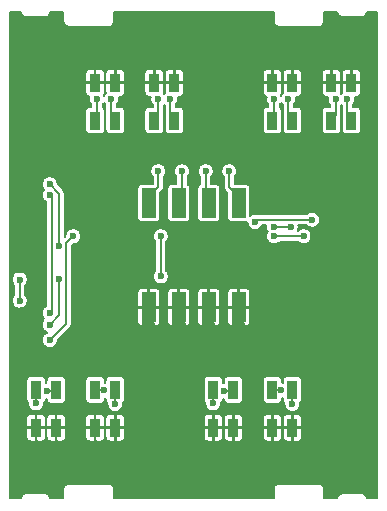
<source format=gtl>
G04 #@! TF.GenerationSoftware,KiCad,Pcbnew,(5.1.9)-1*
G04 #@! TF.CreationDate,2023-02-02T22:46:09+01:00*
G04 #@! TF.ProjectId,Leds,4c656473-2e6b-4696-9361-645f70636258,rev?*
G04 #@! TF.SameCoordinates,PXd59f80PYd59f80*
G04 #@! TF.FileFunction,Copper,L1,Top*
G04 #@! TF.FilePolarity,Positive*
%FSLAX46Y46*%
G04 Gerber Fmt 4.6, Leading zero omitted, Abs format (unit mm)*
G04 Created by KiCad (PCBNEW (5.1.9)-1) date 2023-02-02 22:46:09*
%MOMM*%
%LPD*%
G01*
G04 APERTURE LIST*
G04 #@! TA.AperFunction,SMDPad,CuDef*
%ADD10R,0.900000X1.600000*%
G04 #@! TD*
G04 #@! TA.AperFunction,SMDPad,CuDef*
%ADD11R,1.200000X2.500000*%
G04 #@! TD*
G04 #@! TA.AperFunction,ViaPad*
%ADD12C,0.600000*%
G04 #@! TD*
G04 #@! TA.AperFunction,Conductor*
%ADD13C,0.200000*%
G04 #@! TD*
G04 #@! TA.AperFunction,Conductor*
%ADD14C,0.300000*%
G04 #@! TD*
G04 #@! TA.AperFunction,Conductor*
%ADD15C,0.150000*%
G04 #@! TD*
G04 #@! TA.AperFunction,Conductor*
%ADD16C,0.100000*%
G04 #@! TD*
G04 APERTURE END LIST*
D10*
X19350000Y-32400000D03*
X17650000Y-32400000D03*
X19350000Y-35600000D03*
X17650000Y-35600000D03*
X24350000Y-32400000D03*
X22650000Y-32400000D03*
X24350000Y-35600000D03*
X22650000Y-35600000D03*
X9350000Y-32400000D03*
X7650000Y-32400000D03*
X9350000Y-35600000D03*
X7650000Y-35600000D03*
X4350000Y-32400000D03*
X2650000Y-32400000D03*
X4350000Y-35600000D03*
X2650000Y-35600000D03*
X27650000Y-9600000D03*
X29350000Y-9600000D03*
X27650000Y-6400000D03*
X29350000Y-6400000D03*
X22650000Y-9600000D03*
X24350000Y-9600000D03*
X22650000Y-6400000D03*
X24350000Y-6400000D03*
X12650000Y-9600000D03*
X14350000Y-9600000D03*
X12650000Y-6400000D03*
X14350000Y-6400000D03*
X7650000Y-9600000D03*
X9350000Y-9600000D03*
X7650000Y-6400000D03*
X9350000Y-6400000D03*
D11*
X17270000Y-16593000D03*
X17270000Y-25407000D03*
X14730000Y-16593000D03*
X14730000Y-25407000D03*
X19810000Y-25407000D03*
X19810000Y-16593000D03*
X12190000Y-16593000D03*
X12190000Y-25407000D03*
D12*
X13000000Y-13900000D03*
X15000000Y-13900000D03*
X17000000Y-13900000D03*
X19000000Y-13900000D03*
X25300000Y-19400000D03*
X22800000Y-19400000D03*
X4600000Y-20200000D03*
X3800000Y-15000000D03*
X3799930Y-26900000D03*
X4600000Y-23000000D03*
X21200000Y-18200000D03*
X26000000Y-18000000D03*
X3800000Y-15900000D03*
X3799930Y-25900070D03*
X24200000Y-18600000D03*
X22800000Y-18600000D03*
X1250000Y-23060000D03*
X1250000Y-24850000D03*
X5800000Y-19400000D03*
X3799930Y-28200000D03*
X9000000Y-7800000D03*
X7800000Y-7800000D03*
X14000000Y-7800000D03*
X13000000Y-7800000D03*
X22800000Y-7800000D03*
X24000000Y-7800000D03*
X28000000Y-7800000D03*
X29000000Y-7800000D03*
X2650000Y-33550000D03*
X3600000Y-32500000D03*
X8400000Y-32450000D03*
X9350000Y-33600000D03*
X18600000Y-32500000D03*
X17650000Y-33550000D03*
X24350000Y-33600000D03*
X23400000Y-32450000D03*
X27400000Y-13250000D03*
X18700000Y-34150000D03*
X3700000Y-34150000D03*
X8300000Y-34150000D03*
X23300000Y-34150000D03*
X5900000Y-21600000D03*
X12150000Y-19400000D03*
X3000000Y-21000000D03*
X26600000Y-26100000D03*
X24350000Y-37400000D03*
X2650000Y-37400000D03*
X7650000Y-37400000D03*
X4350000Y-37400000D03*
X9350000Y-37400000D03*
X17650000Y-37400000D03*
X19350000Y-37400000D03*
X22650000Y-37400000D03*
X29350000Y-4600000D03*
X27650000Y-4600000D03*
X24350000Y-4600000D03*
X22650000Y-4600000D03*
X14350000Y-4600000D03*
X12650000Y-4600000D03*
X9350000Y-4600000D03*
X7650000Y-4600000D03*
X16050000Y-18500000D03*
X18450000Y-18500000D03*
X21300000Y-19750000D03*
X19700000Y-19750000D03*
X16950000Y-26950000D03*
X19500000Y-26950000D03*
X20100000Y-26950000D03*
X17550000Y-26950000D03*
X14450000Y-26950000D03*
X15050000Y-26950000D03*
X11900000Y-26950000D03*
X12500000Y-26950000D03*
X1500000Y-25650000D03*
X1500000Y-15150000D03*
X22950000Y-23550000D03*
X23550000Y-23550000D03*
X24150000Y-23550000D03*
X29500000Y-18250000D03*
X28900000Y-18250000D03*
X30100000Y-18250000D03*
X9050000Y-18250000D03*
X8450000Y-18250000D03*
X7850000Y-18250000D03*
X19000000Y-11100000D03*
X17000000Y-11150000D03*
X15000000Y-11100000D03*
X13000000Y-11100000D03*
X22500000Y-13860000D03*
X26100000Y-19400000D03*
X7850000Y-28750000D03*
X8450000Y-28750000D03*
X9050000Y-28750000D03*
X13200000Y-22800000D03*
X13200000Y-19400000D03*
D13*
X13000000Y-13900000D02*
X13000000Y-15200000D01*
X12190000Y-16010000D02*
X12190000Y-16593000D01*
X13000000Y-15200000D02*
X12190000Y-16010000D01*
X15000000Y-16323000D02*
X14730000Y-16593000D01*
X15000000Y-13900000D02*
X15000000Y-16323000D01*
X17000000Y-16323000D02*
X17270000Y-16593000D01*
X17000000Y-13900000D02*
X17000000Y-16323000D01*
X19000000Y-13900000D02*
X19000000Y-15200000D01*
X19810000Y-16010000D02*
X19810000Y-16593000D01*
X19000000Y-15200000D02*
X19810000Y-16010000D01*
X22800000Y-19400000D02*
X25300000Y-19400000D01*
X4600000Y-15800000D02*
X3800000Y-15000000D01*
X4600000Y-20200000D02*
X4600000Y-15800000D01*
X4600000Y-26099930D02*
X3799930Y-26900000D01*
X4600000Y-23000000D02*
X4600000Y-26099930D01*
X21400000Y-18000000D02*
X21200000Y-18200000D01*
X26000000Y-18000000D02*
X21400000Y-18000000D01*
X3799930Y-25900070D02*
X3799930Y-25700070D01*
X24200000Y-18600000D02*
X22800000Y-18600000D01*
X3799930Y-25900070D02*
X4000000Y-25700000D01*
X4000000Y-25700000D02*
X3999999Y-23288001D01*
X3999999Y-16099999D02*
X3800000Y-15900000D01*
X3999999Y-23288001D02*
X3999999Y-16099999D01*
X1250000Y-23060000D02*
X1250000Y-24850000D01*
X5800000Y-19400000D02*
X5200000Y-20000000D01*
X5200000Y-26799930D02*
X3799930Y-28200000D01*
X5200000Y-20000000D02*
X5200000Y-26799930D01*
X9000000Y-9200000D02*
X9350000Y-9550000D01*
X9000000Y-7800000D02*
X9000000Y-9200000D01*
X7800000Y-9350000D02*
X7650000Y-9500000D01*
X7800000Y-7800000D02*
X7800000Y-9350000D01*
X14000000Y-9200000D02*
X14350000Y-9550000D01*
X14000000Y-7800000D02*
X14000000Y-9200000D01*
X13000000Y-9150000D02*
X12650000Y-9500000D01*
X13000000Y-7800000D02*
X13000000Y-9150000D01*
X22800000Y-9350000D02*
X22650000Y-9500000D01*
X22800000Y-7800000D02*
X22800000Y-9350000D01*
X24000000Y-9200000D02*
X24350000Y-9550000D01*
X24000000Y-7800000D02*
X24000000Y-9200000D01*
X28000000Y-9150000D02*
X27650000Y-9500000D01*
X28000000Y-7800000D02*
X28000000Y-9150000D01*
X29000000Y-9200000D02*
X29350000Y-9550000D01*
X29000000Y-7800000D02*
X29000000Y-9200000D01*
X2650000Y-33550000D02*
X2650000Y-32450000D01*
X4350000Y-32500000D02*
X3600000Y-32500000D01*
X8400000Y-32450000D02*
X7650000Y-32450000D01*
X9350000Y-33600000D02*
X9350000Y-32500000D01*
X18600000Y-32500000D02*
X19350000Y-32500000D01*
X17650000Y-33550000D02*
X17650000Y-32450000D01*
X24350000Y-33600000D02*
X24350000Y-32500000D01*
X23400000Y-32450000D02*
X22650000Y-32450000D01*
D14*
X14730000Y-26630000D02*
X15050000Y-26950000D01*
X14730000Y-25407000D02*
X14730000Y-26630000D01*
X14730000Y-26670000D02*
X14450000Y-26950000D01*
X14730000Y-25407000D02*
X14730000Y-26670000D01*
X12190000Y-26640000D02*
X12500000Y-26950000D01*
X12190000Y-25407000D02*
X12190000Y-26640000D01*
X12190000Y-26660000D02*
X11900000Y-26950000D01*
X12190000Y-25407000D02*
X12190000Y-26660000D01*
X17270000Y-26630000D02*
X16950000Y-26950000D01*
X17270000Y-25407000D02*
X17270000Y-26630000D01*
X17270000Y-26670000D02*
X17550000Y-26950000D01*
X17270000Y-25407000D02*
X17270000Y-26670000D01*
X19810000Y-26640000D02*
X19500000Y-26950000D01*
X19810000Y-25407000D02*
X19810000Y-26640000D01*
X19810000Y-26660000D02*
X20100000Y-26950000D01*
X19810000Y-25407000D02*
X19810000Y-26660000D01*
D13*
X2650000Y-37400000D02*
X2650000Y-35600000D01*
X4350000Y-37400000D02*
X4350000Y-35600000D01*
X7650000Y-37400000D02*
X7650000Y-35600000D01*
X9350000Y-37400000D02*
X9350000Y-35600000D01*
X17650000Y-37400000D02*
X17650000Y-35600000D01*
X19350000Y-37400000D02*
X19350000Y-35600000D01*
X22650000Y-37400000D02*
X22650000Y-35600000D01*
X24350000Y-37400000D02*
X24350000Y-35600000D01*
X29350000Y-4600000D02*
X29350000Y-6400000D01*
X27650000Y-4600000D02*
X27650000Y-6400000D01*
X24350000Y-4600000D02*
X24350000Y-6400000D01*
X22650000Y-4600000D02*
X22650000Y-6400000D01*
X12650000Y-4600000D02*
X12650000Y-6400000D01*
X14350000Y-4600000D02*
X14350000Y-6400000D01*
X7650000Y-4600000D02*
X7650000Y-6400000D01*
X9350000Y-4600000D02*
X9350000Y-6400000D01*
X13200000Y-22800000D02*
X13200000Y-19400000D01*
D15*
X1356511Y-488215D02*
X1382243Y-573041D01*
X1424029Y-651216D01*
X1480263Y-719737D01*
X1548784Y-775971D01*
X1626959Y-817757D01*
X1711785Y-843489D01*
X1752867Y-847535D01*
X1800000Y-852177D01*
X1822104Y-850000D01*
X3377895Y-850000D01*
X3400000Y-852177D01*
X3422104Y-850000D01*
X3422105Y-850000D01*
X3488215Y-843489D01*
X3573041Y-817757D01*
X3651216Y-775971D01*
X3719737Y-719737D01*
X3775971Y-651216D01*
X3817757Y-573041D01*
X3843489Y-488215D01*
X3847253Y-450000D01*
X4950001Y-450000D01*
X4950000Y-1177895D01*
X4947823Y-1200000D01*
X4956511Y-1288215D01*
X4982243Y-1373041D01*
X5024029Y-1451216D01*
X5080263Y-1519737D01*
X5148784Y-1575971D01*
X5226959Y-1617757D01*
X5311785Y-1643489D01*
X5400000Y-1652177D01*
X5422104Y-1650000D01*
X8777896Y-1650000D01*
X8800000Y-1652177D01*
X8888215Y-1643489D01*
X8973041Y-1617757D01*
X9051216Y-1575971D01*
X9119737Y-1519737D01*
X9175971Y-1451216D01*
X9217757Y-1373041D01*
X9243489Y-1288215D01*
X9250000Y-1222105D01*
X9250000Y-1222104D01*
X9252177Y-1200000D01*
X9250000Y-1177895D01*
X9250000Y-450000D01*
X22750001Y-450000D01*
X22750000Y-1177895D01*
X22747823Y-1200000D01*
X22756511Y-1288215D01*
X22782243Y-1373041D01*
X22824029Y-1451216D01*
X22880263Y-1519737D01*
X22948784Y-1575971D01*
X23026959Y-1617757D01*
X23111785Y-1643489D01*
X23200000Y-1652177D01*
X23222104Y-1650000D01*
X26577896Y-1650000D01*
X26600000Y-1652177D01*
X26688215Y-1643489D01*
X26773041Y-1617757D01*
X26851216Y-1575971D01*
X26919737Y-1519737D01*
X26975971Y-1451216D01*
X27017757Y-1373041D01*
X27043489Y-1288215D01*
X27050000Y-1222105D01*
X27050000Y-1222104D01*
X27052177Y-1200000D01*
X27050000Y-1177895D01*
X27050000Y-450000D01*
X28152747Y-450000D01*
X28156511Y-488215D01*
X28182243Y-573041D01*
X28224029Y-651216D01*
X28280263Y-719737D01*
X28348784Y-775971D01*
X28426959Y-817757D01*
X28511785Y-843489D01*
X28552867Y-847535D01*
X28600000Y-852177D01*
X28622104Y-850000D01*
X30177895Y-850000D01*
X30200000Y-852177D01*
X30222104Y-850000D01*
X30222105Y-850000D01*
X30288215Y-843489D01*
X30373041Y-817757D01*
X30451216Y-775971D01*
X30519737Y-719737D01*
X30575971Y-651216D01*
X30617757Y-573041D01*
X30643489Y-488215D01*
X30647253Y-450000D01*
X31550001Y-450000D01*
X31550000Y-41550000D01*
X30647253Y-41550000D01*
X30645852Y-41535773D01*
X30643489Y-41511785D01*
X30617757Y-41426959D01*
X30575971Y-41348784D01*
X30519737Y-41280263D01*
X30518077Y-41278901D01*
X30451216Y-41224029D01*
X30373041Y-41182243D01*
X30288215Y-41156511D01*
X30222105Y-41150000D01*
X30222104Y-41150000D01*
X30200000Y-41147823D01*
X30177895Y-41150000D01*
X28622104Y-41150000D01*
X28600000Y-41147823D01*
X28577895Y-41150000D01*
X28511785Y-41156511D01*
X28426959Y-41182243D01*
X28348784Y-41224029D01*
X28280263Y-41280263D01*
X28224029Y-41348784D01*
X28182243Y-41426959D01*
X28156511Y-41511785D01*
X28152747Y-41550000D01*
X27050000Y-41550000D01*
X27050000Y-40822105D01*
X27052177Y-40800000D01*
X27043489Y-40711785D01*
X27017757Y-40626959D01*
X26975971Y-40548784D01*
X26919737Y-40480263D01*
X26851216Y-40424029D01*
X26773041Y-40382243D01*
X26688215Y-40356511D01*
X26622105Y-40350000D01*
X26622104Y-40350000D01*
X26600000Y-40347823D01*
X26577895Y-40350000D01*
X23222105Y-40350000D01*
X23200000Y-40347823D01*
X23177896Y-40350000D01*
X23177895Y-40350000D01*
X23111785Y-40356511D01*
X23026959Y-40382243D01*
X22948784Y-40424029D01*
X22880263Y-40480263D01*
X22824029Y-40548784D01*
X22782243Y-40626959D01*
X22756511Y-40711785D01*
X22747823Y-40800000D01*
X22750001Y-40822114D01*
X22750000Y-41550000D01*
X9250000Y-41550000D01*
X9250000Y-40822105D01*
X9252177Y-40800000D01*
X9243489Y-40711785D01*
X9217757Y-40626959D01*
X9175971Y-40548784D01*
X9119737Y-40480263D01*
X9051216Y-40424029D01*
X8973041Y-40382243D01*
X8888215Y-40356511D01*
X8822105Y-40350000D01*
X8822104Y-40350000D01*
X8800000Y-40347823D01*
X8777895Y-40350000D01*
X5422105Y-40350000D01*
X5400000Y-40347823D01*
X5377896Y-40350000D01*
X5377895Y-40350000D01*
X5311785Y-40356511D01*
X5226959Y-40382243D01*
X5148784Y-40424029D01*
X5080263Y-40480263D01*
X5024029Y-40548784D01*
X4982243Y-40626959D01*
X4956511Y-40711785D01*
X4947823Y-40800000D01*
X4950001Y-40822114D01*
X4950000Y-41550000D01*
X3847253Y-41550000D01*
X3845852Y-41535773D01*
X3843489Y-41511785D01*
X3817757Y-41426959D01*
X3775971Y-41348784D01*
X3719737Y-41280263D01*
X3718077Y-41278901D01*
X3651216Y-41224029D01*
X3573041Y-41182243D01*
X3488215Y-41156511D01*
X3422105Y-41150000D01*
X3422104Y-41150000D01*
X3400000Y-41147823D01*
X3377895Y-41150000D01*
X1822104Y-41150000D01*
X1800000Y-41147823D01*
X1777895Y-41150000D01*
X1711785Y-41156511D01*
X1626959Y-41182243D01*
X1548784Y-41224029D01*
X1480263Y-41280263D01*
X1424029Y-41348784D01*
X1382243Y-41426959D01*
X1356511Y-41511785D01*
X1352747Y-41550000D01*
X450000Y-41550000D01*
X450000Y-36400000D01*
X1823186Y-36400000D01*
X1830426Y-36473513D01*
X1851869Y-36544200D01*
X1886691Y-36609347D01*
X1933552Y-36666448D01*
X1990653Y-36713309D01*
X2055800Y-36748131D01*
X2126487Y-36769574D01*
X2200000Y-36776814D01*
X2531250Y-36775000D01*
X2625000Y-36681250D01*
X2625000Y-35625000D01*
X2675000Y-35625000D01*
X2675000Y-36681250D01*
X2768750Y-36775000D01*
X3100000Y-36776814D01*
X3173513Y-36769574D01*
X3244200Y-36748131D01*
X3309347Y-36713309D01*
X3366448Y-36666448D01*
X3413309Y-36609347D01*
X3448131Y-36544200D01*
X3469574Y-36473513D01*
X3476814Y-36400000D01*
X3523186Y-36400000D01*
X3530426Y-36473513D01*
X3551869Y-36544200D01*
X3586691Y-36609347D01*
X3633552Y-36666448D01*
X3690653Y-36713309D01*
X3755800Y-36748131D01*
X3826487Y-36769574D01*
X3900000Y-36776814D01*
X4231250Y-36775000D01*
X4325000Y-36681250D01*
X4325000Y-35625000D01*
X4375000Y-35625000D01*
X4375000Y-36681250D01*
X4468750Y-36775000D01*
X4800000Y-36776814D01*
X4873513Y-36769574D01*
X4944200Y-36748131D01*
X5009347Y-36713309D01*
X5066448Y-36666448D01*
X5113309Y-36609347D01*
X5148131Y-36544200D01*
X5169574Y-36473513D01*
X5176814Y-36400000D01*
X6823186Y-36400000D01*
X6830426Y-36473513D01*
X6851869Y-36544200D01*
X6886691Y-36609347D01*
X6933552Y-36666448D01*
X6990653Y-36713309D01*
X7055800Y-36748131D01*
X7126487Y-36769574D01*
X7200000Y-36776814D01*
X7531250Y-36775000D01*
X7625000Y-36681250D01*
X7625000Y-35625000D01*
X7675000Y-35625000D01*
X7675000Y-36681250D01*
X7768750Y-36775000D01*
X8100000Y-36776814D01*
X8173513Y-36769574D01*
X8244200Y-36748131D01*
X8309347Y-36713309D01*
X8366448Y-36666448D01*
X8413309Y-36609347D01*
X8448131Y-36544200D01*
X8469574Y-36473513D01*
X8476814Y-36400000D01*
X8523186Y-36400000D01*
X8530426Y-36473513D01*
X8551869Y-36544200D01*
X8586691Y-36609347D01*
X8633552Y-36666448D01*
X8690653Y-36713309D01*
X8755800Y-36748131D01*
X8826487Y-36769574D01*
X8900000Y-36776814D01*
X9231250Y-36775000D01*
X9325000Y-36681250D01*
X9325000Y-35625000D01*
X9375000Y-35625000D01*
X9375000Y-36681250D01*
X9468750Y-36775000D01*
X9800000Y-36776814D01*
X9873513Y-36769574D01*
X9944200Y-36748131D01*
X10009347Y-36713309D01*
X10066448Y-36666448D01*
X10113309Y-36609347D01*
X10148131Y-36544200D01*
X10169574Y-36473513D01*
X10176814Y-36400000D01*
X16823186Y-36400000D01*
X16830426Y-36473513D01*
X16851869Y-36544200D01*
X16886691Y-36609347D01*
X16933552Y-36666448D01*
X16990653Y-36713309D01*
X17055800Y-36748131D01*
X17126487Y-36769574D01*
X17200000Y-36776814D01*
X17531250Y-36775000D01*
X17625000Y-36681250D01*
X17625000Y-35625000D01*
X17675000Y-35625000D01*
X17675000Y-36681250D01*
X17768750Y-36775000D01*
X18100000Y-36776814D01*
X18173513Y-36769574D01*
X18244200Y-36748131D01*
X18309347Y-36713309D01*
X18366448Y-36666448D01*
X18413309Y-36609347D01*
X18448131Y-36544200D01*
X18469574Y-36473513D01*
X18476814Y-36400000D01*
X18523186Y-36400000D01*
X18530426Y-36473513D01*
X18551869Y-36544200D01*
X18586691Y-36609347D01*
X18633552Y-36666448D01*
X18690653Y-36713309D01*
X18755800Y-36748131D01*
X18826487Y-36769574D01*
X18900000Y-36776814D01*
X19231250Y-36775000D01*
X19325000Y-36681250D01*
X19325000Y-35625000D01*
X19375000Y-35625000D01*
X19375000Y-36681250D01*
X19468750Y-36775000D01*
X19800000Y-36776814D01*
X19873513Y-36769574D01*
X19944200Y-36748131D01*
X20009347Y-36713309D01*
X20066448Y-36666448D01*
X20113309Y-36609347D01*
X20148131Y-36544200D01*
X20169574Y-36473513D01*
X20176814Y-36400000D01*
X21823186Y-36400000D01*
X21830426Y-36473513D01*
X21851869Y-36544200D01*
X21886691Y-36609347D01*
X21933552Y-36666448D01*
X21990653Y-36713309D01*
X22055800Y-36748131D01*
X22126487Y-36769574D01*
X22200000Y-36776814D01*
X22531250Y-36775000D01*
X22625000Y-36681250D01*
X22625000Y-35625000D01*
X22675000Y-35625000D01*
X22675000Y-36681250D01*
X22768750Y-36775000D01*
X23100000Y-36776814D01*
X23173513Y-36769574D01*
X23244200Y-36748131D01*
X23309347Y-36713309D01*
X23366448Y-36666448D01*
X23413309Y-36609347D01*
X23448131Y-36544200D01*
X23469574Y-36473513D01*
X23476814Y-36400000D01*
X23523186Y-36400000D01*
X23530426Y-36473513D01*
X23551869Y-36544200D01*
X23586691Y-36609347D01*
X23633552Y-36666448D01*
X23690653Y-36713309D01*
X23755800Y-36748131D01*
X23826487Y-36769574D01*
X23900000Y-36776814D01*
X24231250Y-36775000D01*
X24325000Y-36681250D01*
X24325000Y-35625000D01*
X24375000Y-35625000D01*
X24375000Y-36681250D01*
X24468750Y-36775000D01*
X24800000Y-36776814D01*
X24873513Y-36769574D01*
X24944200Y-36748131D01*
X25009347Y-36713309D01*
X25066448Y-36666448D01*
X25113309Y-36609347D01*
X25148131Y-36544200D01*
X25169574Y-36473513D01*
X25176814Y-36400000D01*
X25175000Y-35718750D01*
X25081250Y-35625000D01*
X24375000Y-35625000D01*
X24325000Y-35625000D01*
X23618750Y-35625000D01*
X23525000Y-35718750D01*
X23523186Y-36400000D01*
X23476814Y-36400000D01*
X23475000Y-35718750D01*
X23381250Y-35625000D01*
X22675000Y-35625000D01*
X22625000Y-35625000D01*
X21918750Y-35625000D01*
X21825000Y-35718750D01*
X21823186Y-36400000D01*
X20176814Y-36400000D01*
X20175000Y-35718750D01*
X20081250Y-35625000D01*
X19375000Y-35625000D01*
X19325000Y-35625000D01*
X18618750Y-35625000D01*
X18525000Y-35718750D01*
X18523186Y-36400000D01*
X18476814Y-36400000D01*
X18475000Y-35718750D01*
X18381250Y-35625000D01*
X17675000Y-35625000D01*
X17625000Y-35625000D01*
X16918750Y-35625000D01*
X16825000Y-35718750D01*
X16823186Y-36400000D01*
X10176814Y-36400000D01*
X10175000Y-35718750D01*
X10081250Y-35625000D01*
X9375000Y-35625000D01*
X9325000Y-35625000D01*
X8618750Y-35625000D01*
X8525000Y-35718750D01*
X8523186Y-36400000D01*
X8476814Y-36400000D01*
X8475000Y-35718750D01*
X8381250Y-35625000D01*
X7675000Y-35625000D01*
X7625000Y-35625000D01*
X6918750Y-35625000D01*
X6825000Y-35718750D01*
X6823186Y-36400000D01*
X5176814Y-36400000D01*
X5175000Y-35718750D01*
X5081250Y-35625000D01*
X4375000Y-35625000D01*
X4325000Y-35625000D01*
X3618750Y-35625000D01*
X3525000Y-35718750D01*
X3523186Y-36400000D01*
X3476814Y-36400000D01*
X3475000Y-35718750D01*
X3381250Y-35625000D01*
X2675000Y-35625000D01*
X2625000Y-35625000D01*
X1918750Y-35625000D01*
X1825000Y-35718750D01*
X1823186Y-36400000D01*
X450000Y-36400000D01*
X450000Y-34800000D01*
X1823186Y-34800000D01*
X1825000Y-35481250D01*
X1918750Y-35575000D01*
X2625000Y-35575000D01*
X2625000Y-34518750D01*
X2675000Y-34518750D01*
X2675000Y-35575000D01*
X3381250Y-35575000D01*
X3475000Y-35481250D01*
X3476814Y-34800000D01*
X3523186Y-34800000D01*
X3525000Y-35481250D01*
X3618750Y-35575000D01*
X4325000Y-35575000D01*
X4325000Y-34518750D01*
X4375000Y-34518750D01*
X4375000Y-35575000D01*
X5081250Y-35575000D01*
X5175000Y-35481250D01*
X5176814Y-34800000D01*
X6823186Y-34800000D01*
X6825000Y-35481250D01*
X6918750Y-35575000D01*
X7625000Y-35575000D01*
X7625000Y-34518750D01*
X7675000Y-34518750D01*
X7675000Y-35575000D01*
X8381250Y-35575000D01*
X8475000Y-35481250D01*
X8476814Y-34800000D01*
X8523186Y-34800000D01*
X8525000Y-35481250D01*
X8618750Y-35575000D01*
X9325000Y-35575000D01*
X9325000Y-34518750D01*
X9375000Y-34518750D01*
X9375000Y-35575000D01*
X10081250Y-35575000D01*
X10175000Y-35481250D01*
X10176814Y-34800000D01*
X16823186Y-34800000D01*
X16825000Y-35481250D01*
X16918750Y-35575000D01*
X17625000Y-35575000D01*
X17625000Y-34518750D01*
X17675000Y-34518750D01*
X17675000Y-35575000D01*
X18381250Y-35575000D01*
X18475000Y-35481250D01*
X18476814Y-34800000D01*
X18523186Y-34800000D01*
X18525000Y-35481250D01*
X18618750Y-35575000D01*
X19325000Y-35575000D01*
X19325000Y-34518750D01*
X19375000Y-34518750D01*
X19375000Y-35575000D01*
X20081250Y-35575000D01*
X20175000Y-35481250D01*
X20176814Y-34800000D01*
X21823186Y-34800000D01*
X21825000Y-35481250D01*
X21918750Y-35575000D01*
X22625000Y-35575000D01*
X22625000Y-34518750D01*
X22675000Y-34518750D01*
X22675000Y-35575000D01*
X23381250Y-35575000D01*
X23475000Y-35481250D01*
X23476814Y-34800000D01*
X23523186Y-34800000D01*
X23525000Y-35481250D01*
X23618750Y-35575000D01*
X24325000Y-35575000D01*
X24325000Y-34518750D01*
X24375000Y-34518750D01*
X24375000Y-35575000D01*
X25081250Y-35575000D01*
X25175000Y-35481250D01*
X25176814Y-34800000D01*
X25169574Y-34726487D01*
X25148131Y-34655800D01*
X25113309Y-34590653D01*
X25066448Y-34533552D01*
X25009347Y-34486691D01*
X24944200Y-34451869D01*
X24873513Y-34430426D01*
X24800000Y-34423186D01*
X24468750Y-34425000D01*
X24375000Y-34518750D01*
X24325000Y-34518750D01*
X24231250Y-34425000D01*
X23900000Y-34423186D01*
X23826487Y-34430426D01*
X23755800Y-34451869D01*
X23690653Y-34486691D01*
X23633552Y-34533552D01*
X23586691Y-34590653D01*
X23551869Y-34655800D01*
X23530426Y-34726487D01*
X23523186Y-34800000D01*
X23476814Y-34800000D01*
X23469574Y-34726487D01*
X23448131Y-34655800D01*
X23413309Y-34590653D01*
X23366448Y-34533552D01*
X23309347Y-34486691D01*
X23244200Y-34451869D01*
X23173513Y-34430426D01*
X23100000Y-34423186D01*
X22768750Y-34425000D01*
X22675000Y-34518750D01*
X22625000Y-34518750D01*
X22531250Y-34425000D01*
X22200000Y-34423186D01*
X22126487Y-34430426D01*
X22055800Y-34451869D01*
X21990653Y-34486691D01*
X21933552Y-34533552D01*
X21886691Y-34590653D01*
X21851869Y-34655800D01*
X21830426Y-34726487D01*
X21823186Y-34800000D01*
X20176814Y-34800000D01*
X20169574Y-34726487D01*
X20148131Y-34655800D01*
X20113309Y-34590653D01*
X20066448Y-34533552D01*
X20009347Y-34486691D01*
X19944200Y-34451869D01*
X19873513Y-34430426D01*
X19800000Y-34423186D01*
X19468750Y-34425000D01*
X19375000Y-34518750D01*
X19325000Y-34518750D01*
X19231250Y-34425000D01*
X18900000Y-34423186D01*
X18826487Y-34430426D01*
X18755800Y-34451869D01*
X18690653Y-34486691D01*
X18633552Y-34533552D01*
X18586691Y-34590653D01*
X18551869Y-34655800D01*
X18530426Y-34726487D01*
X18523186Y-34800000D01*
X18476814Y-34800000D01*
X18469574Y-34726487D01*
X18448131Y-34655800D01*
X18413309Y-34590653D01*
X18366448Y-34533552D01*
X18309347Y-34486691D01*
X18244200Y-34451869D01*
X18173513Y-34430426D01*
X18100000Y-34423186D01*
X17768750Y-34425000D01*
X17675000Y-34518750D01*
X17625000Y-34518750D01*
X17531250Y-34425000D01*
X17200000Y-34423186D01*
X17126487Y-34430426D01*
X17055800Y-34451869D01*
X16990653Y-34486691D01*
X16933552Y-34533552D01*
X16886691Y-34590653D01*
X16851869Y-34655800D01*
X16830426Y-34726487D01*
X16823186Y-34800000D01*
X10176814Y-34800000D01*
X10169574Y-34726487D01*
X10148131Y-34655800D01*
X10113309Y-34590653D01*
X10066448Y-34533552D01*
X10009347Y-34486691D01*
X9944200Y-34451869D01*
X9873513Y-34430426D01*
X9800000Y-34423186D01*
X9468750Y-34425000D01*
X9375000Y-34518750D01*
X9325000Y-34518750D01*
X9231250Y-34425000D01*
X8900000Y-34423186D01*
X8826487Y-34430426D01*
X8755800Y-34451869D01*
X8690653Y-34486691D01*
X8633552Y-34533552D01*
X8586691Y-34590653D01*
X8551869Y-34655800D01*
X8530426Y-34726487D01*
X8523186Y-34800000D01*
X8476814Y-34800000D01*
X8469574Y-34726487D01*
X8448131Y-34655800D01*
X8413309Y-34590653D01*
X8366448Y-34533552D01*
X8309347Y-34486691D01*
X8244200Y-34451869D01*
X8173513Y-34430426D01*
X8100000Y-34423186D01*
X7768750Y-34425000D01*
X7675000Y-34518750D01*
X7625000Y-34518750D01*
X7531250Y-34425000D01*
X7200000Y-34423186D01*
X7126487Y-34430426D01*
X7055800Y-34451869D01*
X6990653Y-34486691D01*
X6933552Y-34533552D01*
X6886691Y-34590653D01*
X6851869Y-34655800D01*
X6830426Y-34726487D01*
X6823186Y-34800000D01*
X5176814Y-34800000D01*
X5169574Y-34726487D01*
X5148131Y-34655800D01*
X5113309Y-34590653D01*
X5066448Y-34533552D01*
X5009347Y-34486691D01*
X4944200Y-34451869D01*
X4873513Y-34430426D01*
X4800000Y-34423186D01*
X4468750Y-34425000D01*
X4375000Y-34518750D01*
X4325000Y-34518750D01*
X4231250Y-34425000D01*
X3900000Y-34423186D01*
X3826487Y-34430426D01*
X3755800Y-34451869D01*
X3690653Y-34486691D01*
X3633552Y-34533552D01*
X3586691Y-34590653D01*
X3551869Y-34655800D01*
X3530426Y-34726487D01*
X3523186Y-34800000D01*
X3476814Y-34800000D01*
X3469574Y-34726487D01*
X3448131Y-34655800D01*
X3413309Y-34590653D01*
X3366448Y-34533552D01*
X3309347Y-34486691D01*
X3244200Y-34451869D01*
X3173513Y-34430426D01*
X3100000Y-34423186D01*
X2768750Y-34425000D01*
X2675000Y-34518750D01*
X2625000Y-34518750D01*
X2531250Y-34425000D01*
X2200000Y-34423186D01*
X2126487Y-34430426D01*
X2055800Y-34451869D01*
X1990653Y-34486691D01*
X1933552Y-34533552D01*
X1886691Y-34590653D01*
X1851869Y-34655800D01*
X1830426Y-34726487D01*
X1823186Y-34800000D01*
X450000Y-34800000D01*
X450000Y-31600000D01*
X1823186Y-31600000D01*
X1823186Y-33200000D01*
X1830426Y-33273513D01*
X1851869Y-33344200D01*
X1886691Y-33409347D01*
X1933552Y-33466448D01*
X1975000Y-33500463D01*
X1975000Y-33616482D01*
X2000940Y-33746890D01*
X2051823Y-33869732D01*
X2125693Y-33980287D01*
X2219713Y-34074307D01*
X2330268Y-34148177D01*
X2453110Y-34199060D01*
X2583518Y-34225000D01*
X2716482Y-34225000D01*
X2846890Y-34199060D01*
X2969732Y-34148177D01*
X3080287Y-34074307D01*
X3174307Y-33980287D01*
X3248177Y-33869732D01*
X3299060Y-33746890D01*
X3325000Y-33616482D01*
X3325000Y-33500463D01*
X3366448Y-33466448D01*
X3413309Y-33409347D01*
X3448131Y-33344200D01*
X3469574Y-33273513D01*
X3476814Y-33200000D01*
X3476814Y-33163721D01*
X3523186Y-33172945D01*
X3523186Y-33200000D01*
X3530426Y-33273513D01*
X3551869Y-33344200D01*
X3586691Y-33409347D01*
X3633552Y-33466448D01*
X3690653Y-33513309D01*
X3755800Y-33548131D01*
X3826487Y-33569574D01*
X3900000Y-33576814D01*
X4800000Y-33576814D01*
X4873513Y-33569574D01*
X4944200Y-33548131D01*
X5009347Y-33513309D01*
X5066448Y-33466448D01*
X5113309Y-33409347D01*
X5148131Y-33344200D01*
X5169574Y-33273513D01*
X5176814Y-33200000D01*
X5176814Y-31600000D01*
X6823186Y-31600000D01*
X6823186Y-33200000D01*
X6830426Y-33273513D01*
X6851869Y-33344200D01*
X6886691Y-33409347D01*
X6933552Y-33466448D01*
X6990653Y-33513309D01*
X7055800Y-33548131D01*
X7126487Y-33569574D01*
X7200000Y-33576814D01*
X8100000Y-33576814D01*
X8173513Y-33569574D01*
X8244200Y-33548131D01*
X8309347Y-33513309D01*
X8366448Y-33466448D01*
X8413309Y-33409347D01*
X8448131Y-33344200D01*
X8469574Y-33273513D01*
X8476814Y-33200000D01*
X8476814Y-33122945D01*
X8523186Y-33113721D01*
X8523186Y-33200000D01*
X8530426Y-33273513D01*
X8551869Y-33344200D01*
X8586691Y-33409347D01*
X8633552Y-33466448D01*
X8680652Y-33505102D01*
X8675000Y-33533518D01*
X8675000Y-33666482D01*
X8700940Y-33796890D01*
X8751823Y-33919732D01*
X8825693Y-34030287D01*
X8919713Y-34124307D01*
X9030268Y-34198177D01*
X9153110Y-34249060D01*
X9283518Y-34275000D01*
X9416482Y-34275000D01*
X9546890Y-34249060D01*
X9669732Y-34198177D01*
X9780287Y-34124307D01*
X9874307Y-34030287D01*
X9948177Y-33919732D01*
X9999060Y-33796890D01*
X10025000Y-33666482D01*
X10025000Y-33533518D01*
X10019348Y-33505102D01*
X10066448Y-33466448D01*
X10113309Y-33409347D01*
X10148131Y-33344200D01*
X10169574Y-33273513D01*
X10176814Y-33200000D01*
X10176814Y-31600000D01*
X16823186Y-31600000D01*
X16823186Y-33200000D01*
X16830426Y-33273513D01*
X16851869Y-33344200D01*
X16886691Y-33409347D01*
X16933552Y-33466448D01*
X16975000Y-33500463D01*
X16975000Y-33616482D01*
X17000940Y-33746890D01*
X17051823Y-33869732D01*
X17125693Y-33980287D01*
X17219713Y-34074307D01*
X17330268Y-34148177D01*
X17453110Y-34199060D01*
X17583518Y-34225000D01*
X17716482Y-34225000D01*
X17846890Y-34199060D01*
X17969732Y-34148177D01*
X18080287Y-34074307D01*
X18174307Y-33980287D01*
X18248177Y-33869732D01*
X18299060Y-33746890D01*
X18325000Y-33616482D01*
X18325000Y-33500463D01*
X18366448Y-33466448D01*
X18413309Y-33409347D01*
X18448131Y-33344200D01*
X18469574Y-33273513D01*
X18476814Y-33200000D01*
X18476814Y-33163721D01*
X18523186Y-33172945D01*
X18523186Y-33200000D01*
X18530426Y-33273513D01*
X18551869Y-33344200D01*
X18586691Y-33409347D01*
X18633552Y-33466448D01*
X18690653Y-33513309D01*
X18755800Y-33548131D01*
X18826487Y-33569574D01*
X18900000Y-33576814D01*
X19800000Y-33576814D01*
X19873513Y-33569574D01*
X19944200Y-33548131D01*
X20009347Y-33513309D01*
X20066448Y-33466448D01*
X20113309Y-33409347D01*
X20148131Y-33344200D01*
X20169574Y-33273513D01*
X20176814Y-33200000D01*
X20176814Y-31600000D01*
X21823186Y-31600000D01*
X21823186Y-33200000D01*
X21830426Y-33273513D01*
X21851869Y-33344200D01*
X21886691Y-33409347D01*
X21933552Y-33466448D01*
X21990653Y-33513309D01*
X22055800Y-33548131D01*
X22126487Y-33569574D01*
X22200000Y-33576814D01*
X23100000Y-33576814D01*
X23173513Y-33569574D01*
X23244200Y-33548131D01*
X23309347Y-33513309D01*
X23366448Y-33466448D01*
X23413309Y-33409347D01*
X23448131Y-33344200D01*
X23469574Y-33273513D01*
X23476814Y-33200000D01*
X23476814Y-33122945D01*
X23523186Y-33113721D01*
X23523186Y-33200000D01*
X23530426Y-33273513D01*
X23551869Y-33344200D01*
X23586691Y-33409347D01*
X23633552Y-33466448D01*
X23680652Y-33505102D01*
X23675000Y-33533518D01*
X23675000Y-33666482D01*
X23700940Y-33796890D01*
X23751823Y-33919732D01*
X23825693Y-34030287D01*
X23919713Y-34124307D01*
X24030268Y-34198177D01*
X24153110Y-34249060D01*
X24283518Y-34275000D01*
X24416482Y-34275000D01*
X24546890Y-34249060D01*
X24669732Y-34198177D01*
X24780287Y-34124307D01*
X24874307Y-34030287D01*
X24948177Y-33919732D01*
X24999060Y-33796890D01*
X25025000Y-33666482D01*
X25025000Y-33533518D01*
X25019348Y-33505102D01*
X25066448Y-33466448D01*
X25113309Y-33409347D01*
X25148131Y-33344200D01*
X25169574Y-33273513D01*
X25176814Y-33200000D01*
X25176814Y-31600000D01*
X25169574Y-31526487D01*
X25148131Y-31455800D01*
X25113309Y-31390653D01*
X25066448Y-31333552D01*
X25009347Y-31286691D01*
X24944200Y-31251869D01*
X24873513Y-31230426D01*
X24800000Y-31223186D01*
X23900000Y-31223186D01*
X23826487Y-31230426D01*
X23755800Y-31251869D01*
X23690653Y-31286691D01*
X23633552Y-31333552D01*
X23586691Y-31390653D01*
X23551869Y-31455800D01*
X23530426Y-31526487D01*
X23523186Y-31600000D01*
X23523186Y-31786279D01*
X23476814Y-31777055D01*
X23476814Y-31600000D01*
X23469574Y-31526487D01*
X23448131Y-31455800D01*
X23413309Y-31390653D01*
X23366448Y-31333552D01*
X23309347Y-31286691D01*
X23244200Y-31251869D01*
X23173513Y-31230426D01*
X23100000Y-31223186D01*
X22200000Y-31223186D01*
X22126487Y-31230426D01*
X22055800Y-31251869D01*
X21990653Y-31286691D01*
X21933552Y-31333552D01*
X21886691Y-31390653D01*
X21851869Y-31455800D01*
X21830426Y-31526487D01*
X21823186Y-31600000D01*
X20176814Y-31600000D01*
X20169574Y-31526487D01*
X20148131Y-31455800D01*
X20113309Y-31390653D01*
X20066448Y-31333552D01*
X20009347Y-31286691D01*
X19944200Y-31251869D01*
X19873513Y-31230426D01*
X19800000Y-31223186D01*
X18900000Y-31223186D01*
X18826487Y-31230426D01*
X18755800Y-31251869D01*
X18690653Y-31286691D01*
X18633552Y-31333552D01*
X18586691Y-31390653D01*
X18551869Y-31455800D01*
X18530426Y-31526487D01*
X18523186Y-31600000D01*
X18523186Y-31827055D01*
X18476814Y-31836279D01*
X18476814Y-31600000D01*
X18469574Y-31526487D01*
X18448131Y-31455800D01*
X18413309Y-31390653D01*
X18366448Y-31333552D01*
X18309347Y-31286691D01*
X18244200Y-31251869D01*
X18173513Y-31230426D01*
X18100000Y-31223186D01*
X17200000Y-31223186D01*
X17126487Y-31230426D01*
X17055800Y-31251869D01*
X16990653Y-31286691D01*
X16933552Y-31333552D01*
X16886691Y-31390653D01*
X16851869Y-31455800D01*
X16830426Y-31526487D01*
X16823186Y-31600000D01*
X10176814Y-31600000D01*
X10169574Y-31526487D01*
X10148131Y-31455800D01*
X10113309Y-31390653D01*
X10066448Y-31333552D01*
X10009347Y-31286691D01*
X9944200Y-31251869D01*
X9873513Y-31230426D01*
X9800000Y-31223186D01*
X8900000Y-31223186D01*
X8826487Y-31230426D01*
X8755800Y-31251869D01*
X8690653Y-31286691D01*
X8633552Y-31333552D01*
X8586691Y-31390653D01*
X8551869Y-31455800D01*
X8530426Y-31526487D01*
X8523186Y-31600000D01*
X8523186Y-31786279D01*
X8476814Y-31777055D01*
X8476814Y-31600000D01*
X8469574Y-31526487D01*
X8448131Y-31455800D01*
X8413309Y-31390653D01*
X8366448Y-31333552D01*
X8309347Y-31286691D01*
X8244200Y-31251869D01*
X8173513Y-31230426D01*
X8100000Y-31223186D01*
X7200000Y-31223186D01*
X7126487Y-31230426D01*
X7055800Y-31251869D01*
X6990653Y-31286691D01*
X6933552Y-31333552D01*
X6886691Y-31390653D01*
X6851869Y-31455800D01*
X6830426Y-31526487D01*
X6823186Y-31600000D01*
X5176814Y-31600000D01*
X5169574Y-31526487D01*
X5148131Y-31455800D01*
X5113309Y-31390653D01*
X5066448Y-31333552D01*
X5009347Y-31286691D01*
X4944200Y-31251869D01*
X4873513Y-31230426D01*
X4800000Y-31223186D01*
X3900000Y-31223186D01*
X3826487Y-31230426D01*
X3755800Y-31251869D01*
X3690653Y-31286691D01*
X3633552Y-31333552D01*
X3586691Y-31390653D01*
X3551869Y-31455800D01*
X3530426Y-31526487D01*
X3523186Y-31600000D01*
X3523186Y-31827055D01*
X3476814Y-31836279D01*
X3476814Y-31600000D01*
X3469574Y-31526487D01*
X3448131Y-31455800D01*
X3413309Y-31390653D01*
X3366448Y-31333552D01*
X3309347Y-31286691D01*
X3244200Y-31251869D01*
X3173513Y-31230426D01*
X3100000Y-31223186D01*
X2200000Y-31223186D01*
X2126487Y-31230426D01*
X2055800Y-31251869D01*
X1990653Y-31286691D01*
X1933552Y-31333552D01*
X1886691Y-31390653D01*
X1851869Y-31455800D01*
X1830426Y-31526487D01*
X1823186Y-31600000D01*
X450000Y-31600000D01*
X450000Y-25833588D01*
X3124930Y-25833588D01*
X3124930Y-25966552D01*
X3150870Y-26096960D01*
X3201753Y-26219802D01*
X3275623Y-26330357D01*
X3345301Y-26400035D01*
X3275623Y-26469713D01*
X3201753Y-26580268D01*
X3150870Y-26703110D01*
X3124930Y-26833518D01*
X3124930Y-26966482D01*
X3150870Y-27096890D01*
X3201753Y-27219732D01*
X3275623Y-27330287D01*
X3369643Y-27424307D01*
X3480198Y-27498177D01*
X3603040Y-27549060D01*
X3607766Y-27550000D01*
X3603040Y-27550940D01*
X3480198Y-27601823D01*
X3369643Y-27675693D01*
X3275623Y-27769713D01*
X3201753Y-27880268D01*
X3150870Y-28003110D01*
X3124930Y-28133518D01*
X3124930Y-28266482D01*
X3150870Y-28396890D01*
X3201753Y-28519732D01*
X3275623Y-28630287D01*
X3369643Y-28724307D01*
X3480198Y-28798177D01*
X3603040Y-28849060D01*
X3733448Y-28875000D01*
X3866412Y-28875000D01*
X3996820Y-28849060D01*
X4119662Y-28798177D01*
X4230217Y-28724307D01*
X4324237Y-28630287D01*
X4398107Y-28519732D01*
X4448990Y-28396890D01*
X4474930Y-28266482D01*
X4474930Y-28196750D01*
X5519371Y-27152310D01*
X5537501Y-27137431D01*
X5596859Y-27065103D01*
X5640966Y-26982584D01*
X5668127Y-26893046D01*
X5675000Y-26823262D01*
X5677298Y-26799930D01*
X5675000Y-26776598D01*
X5675000Y-26657000D01*
X11213186Y-26657000D01*
X11220426Y-26730513D01*
X11241869Y-26801200D01*
X11276691Y-26866347D01*
X11323552Y-26923448D01*
X11380653Y-26970309D01*
X11445800Y-27005131D01*
X11516487Y-27026574D01*
X11590000Y-27033814D01*
X12071250Y-27032000D01*
X12165000Y-26938250D01*
X12165000Y-25432000D01*
X12215000Y-25432000D01*
X12215000Y-26938250D01*
X12308750Y-27032000D01*
X12790000Y-27033814D01*
X12863513Y-27026574D01*
X12934200Y-27005131D01*
X12999347Y-26970309D01*
X13056448Y-26923448D01*
X13103309Y-26866347D01*
X13138131Y-26801200D01*
X13159574Y-26730513D01*
X13166814Y-26657000D01*
X13753186Y-26657000D01*
X13760426Y-26730513D01*
X13781869Y-26801200D01*
X13816691Y-26866347D01*
X13863552Y-26923448D01*
X13920653Y-26970309D01*
X13985800Y-27005131D01*
X14056487Y-27026574D01*
X14130000Y-27033814D01*
X14611250Y-27032000D01*
X14705000Y-26938250D01*
X14705000Y-25432000D01*
X14755000Y-25432000D01*
X14755000Y-26938250D01*
X14848750Y-27032000D01*
X15330000Y-27033814D01*
X15403513Y-27026574D01*
X15474200Y-27005131D01*
X15539347Y-26970309D01*
X15596448Y-26923448D01*
X15643309Y-26866347D01*
X15678131Y-26801200D01*
X15699574Y-26730513D01*
X15706814Y-26657000D01*
X16293186Y-26657000D01*
X16300426Y-26730513D01*
X16321869Y-26801200D01*
X16356691Y-26866347D01*
X16403552Y-26923448D01*
X16460653Y-26970309D01*
X16525800Y-27005131D01*
X16596487Y-27026574D01*
X16670000Y-27033814D01*
X17151250Y-27032000D01*
X17245000Y-26938250D01*
X17245000Y-25432000D01*
X17295000Y-25432000D01*
X17295000Y-26938250D01*
X17388750Y-27032000D01*
X17870000Y-27033814D01*
X17943513Y-27026574D01*
X18014200Y-27005131D01*
X18079347Y-26970309D01*
X18136448Y-26923448D01*
X18183309Y-26866347D01*
X18218131Y-26801200D01*
X18239574Y-26730513D01*
X18246814Y-26657000D01*
X18833186Y-26657000D01*
X18840426Y-26730513D01*
X18861869Y-26801200D01*
X18896691Y-26866347D01*
X18943552Y-26923448D01*
X19000653Y-26970309D01*
X19065800Y-27005131D01*
X19136487Y-27026574D01*
X19210000Y-27033814D01*
X19691250Y-27032000D01*
X19785000Y-26938250D01*
X19785000Y-25432000D01*
X19835000Y-25432000D01*
X19835000Y-26938250D01*
X19928750Y-27032000D01*
X20410000Y-27033814D01*
X20483513Y-27026574D01*
X20554200Y-27005131D01*
X20619347Y-26970309D01*
X20676448Y-26923448D01*
X20723309Y-26866347D01*
X20758131Y-26801200D01*
X20779574Y-26730513D01*
X20786814Y-26657000D01*
X20785000Y-25525750D01*
X20691250Y-25432000D01*
X19835000Y-25432000D01*
X19785000Y-25432000D01*
X18928750Y-25432000D01*
X18835000Y-25525750D01*
X18833186Y-26657000D01*
X18246814Y-26657000D01*
X18245000Y-25525750D01*
X18151250Y-25432000D01*
X17295000Y-25432000D01*
X17245000Y-25432000D01*
X16388750Y-25432000D01*
X16295000Y-25525750D01*
X16293186Y-26657000D01*
X15706814Y-26657000D01*
X15705000Y-25525750D01*
X15611250Y-25432000D01*
X14755000Y-25432000D01*
X14705000Y-25432000D01*
X13848750Y-25432000D01*
X13755000Y-25525750D01*
X13753186Y-26657000D01*
X13166814Y-26657000D01*
X13165000Y-25525750D01*
X13071250Y-25432000D01*
X12215000Y-25432000D01*
X12165000Y-25432000D01*
X11308750Y-25432000D01*
X11215000Y-25525750D01*
X11213186Y-26657000D01*
X5675000Y-26657000D01*
X5675000Y-24157000D01*
X11213186Y-24157000D01*
X11215000Y-25288250D01*
X11308750Y-25382000D01*
X12165000Y-25382000D01*
X12165000Y-23875750D01*
X12215000Y-23875750D01*
X12215000Y-25382000D01*
X13071250Y-25382000D01*
X13165000Y-25288250D01*
X13166814Y-24157000D01*
X13753186Y-24157000D01*
X13755000Y-25288250D01*
X13848750Y-25382000D01*
X14705000Y-25382000D01*
X14705000Y-23875750D01*
X14755000Y-23875750D01*
X14755000Y-25382000D01*
X15611250Y-25382000D01*
X15705000Y-25288250D01*
X15706814Y-24157000D01*
X16293186Y-24157000D01*
X16295000Y-25288250D01*
X16388750Y-25382000D01*
X17245000Y-25382000D01*
X17245000Y-23875750D01*
X17295000Y-23875750D01*
X17295000Y-25382000D01*
X18151250Y-25382000D01*
X18245000Y-25288250D01*
X18246814Y-24157000D01*
X18833186Y-24157000D01*
X18835000Y-25288250D01*
X18928750Y-25382000D01*
X19785000Y-25382000D01*
X19785000Y-23875750D01*
X19835000Y-23875750D01*
X19835000Y-25382000D01*
X20691250Y-25382000D01*
X20785000Y-25288250D01*
X20786814Y-24157000D01*
X20779574Y-24083487D01*
X20758131Y-24012800D01*
X20723309Y-23947653D01*
X20676448Y-23890552D01*
X20619347Y-23843691D01*
X20554200Y-23808869D01*
X20483513Y-23787426D01*
X20410000Y-23780186D01*
X19928750Y-23782000D01*
X19835000Y-23875750D01*
X19785000Y-23875750D01*
X19691250Y-23782000D01*
X19210000Y-23780186D01*
X19136487Y-23787426D01*
X19065800Y-23808869D01*
X19000653Y-23843691D01*
X18943552Y-23890552D01*
X18896691Y-23947653D01*
X18861869Y-24012800D01*
X18840426Y-24083487D01*
X18833186Y-24157000D01*
X18246814Y-24157000D01*
X18239574Y-24083487D01*
X18218131Y-24012800D01*
X18183309Y-23947653D01*
X18136448Y-23890552D01*
X18079347Y-23843691D01*
X18014200Y-23808869D01*
X17943513Y-23787426D01*
X17870000Y-23780186D01*
X17388750Y-23782000D01*
X17295000Y-23875750D01*
X17245000Y-23875750D01*
X17151250Y-23782000D01*
X16670000Y-23780186D01*
X16596487Y-23787426D01*
X16525800Y-23808869D01*
X16460653Y-23843691D01*
X16403552Y-23890552D01*
X16356691Y-23947653D01*
X16321869Y-24012800D01*
X16300426Y-24083487D01*
X16293186Y-24157000D01*
X15706814Y-24157000D01*
X15699574Y-24083487D01*
X15678131Y-24012800D01*
X15643309Y-23947653D01*
X15596448Y-23890552D01*
X15539347Y-23843691D01*
X15474200Y-23808869D01*
X15403513Y-23787426D01*
X15330000Y-23780186D01*
X14848750Y-23782000D01*
X14755000Y-23875750D01*
X14705000Y-23875750D01*
X14611250Y-23782000D01*
X14130000Y-23780186D01*
X14056487Y-23787426D01*
X13985800Y-23808869D01*
X13920653Y-23843691D01*
X13863552Y-23890552D01*
X13816691Y-23947653D01*
X13781869Y-24012800D01*
X13760426Y-24083487D01*
X13753186Y-24157000D01*
X13166814Y-24157000D01*
X13159574Y-24083487D01*
X13138131Y-24012800D01*
X13103309Y-23947653D01*
X13056448Y-23890552D01*
X12999347Y-23843691D01*
X12934200Y-23808869D01*
X12863513Y-23787426D01*
X12790000Y-23780186D01*
X12308750Y-23782000D01*
X12215000Y-23875750D01*
X12165000Y-23875750D01*
X12071250Y-23782000D01*
X11590000Y-23780186D01*
X11516487Y-23787426D01*
X11445800Y-23808869D01*
X11380653Y-23843691D01*
X11323552Y-23890552D01*
X11276691Y-23947653D01*
X11241869Y-24012800D01*
X11220426Y-24083487D01*
X11213186Y-24157000D01*
X5675000Y-24157000D01*
X5675000Y-20196750D01*
X5796750Y-20075000D01*
X5866482Y-20075000D01*
X5996890Y-20049060D01*
X6119732Y-19998177D01*
X6230287Y-19924307D01*
X6324307Y-19830287D01*
X6398177Y-19719732D01*
X6449060Y-19596890D01*
X6475000Y-19466482D01*
X6475000Y-19333518D01*
X12525000Y-19333518D01*
X12525000Y-19466482D01*
X12550940Y-19596890D01*
X12601823Y-19719732D01*
X12675693Y-19830287D01*
X12725001Y-19879595D01*
X12725000Y-22320406D01*
X12675693Y-22369713D01*
X12601823Y-22480268D01*
X12550940Y-22603110D01*
X12525000Y-22733518D01*
X12525000Y-22866482D01*
X12550940Y-22996890D01*
X12601823Y-23119732D01*
X12675693Y-23230287D01*
X12769713Y-23324307D01*
X12880268Y-23398177D01*
X13003110Y-23449060D01*
X13133518Y-23475000D01*
X13266482Y-23475000D01*
X13396890Y-23449060D01*
X13519732Y-23398177D01*
X13630287Y-23324307D01*
X13724307Y-23230287D01*
X13798177Y-23119732D01*
X13849060Y-22996890D01*
X13875000Y-22866482D01*
X13875000Y-22733518D01*
X13849060Y-22603110D01*
X13798177Y-22480268D01*
X13724307Y-22369713D01*
X13675000Y-22320406D01*
X13675000Y-19879594D01*
X13724307Y-19830287D01*
X13798177Y-19719732D01*
X13849060Y-19596890D01*
X13875000Y-19466482D01*
X13875000Y-19333518D01*
X13849060Y-19203110D01*
X13798177Y-19080268D01*
X13724307Y-18969713D01*
X13630287Y-18875693D01*
X13519732Y-18801823D01*
X13396890Y-18750940D01*
X13266482Y-18725000D01*
X13133518Y-18725000D01*
X13003110Y-18750940D01*
X12880268Y-18801823D01*
X12769713Y-18875693D01*
X12675693Y-18969713D01*
X12601823Y-19080268D01*
X12550940Y-19203110D01*
X12525000Y-19333518D01*
X6475000Y-19333518D01*
X6449060Y-19203110D01*
X6398177Y-19080268D01*
X6324307Y-18969713D01*
X6230287Y-18875693D01*
X6119732Y-18801823D01*
X5996890Y-18750940D01*
X5866482Y-18725000D01*
X5733518Y-18725000D01*
X5603110Y-18750940D01*
X5480268Y-18801823D01*
X5369713Y-18875693D01*
X5275693Y-18969713D01*
X5201823Y-19080268D01*
X5150940Y-19203110D01*
X5125000Y-19333518D01*
X5125000Y-19403250D01*
X5075000Y-19453250D01*
X5075000Y-15823332D01*
X5077298Y-15800000D01*
X5068127Y-15706884D01*
X5040966Y-15617345D01*
X5025602Y-15588602D01*
X4996859Y-15534827D01*
X4937501Y-15462499D01*
X4919377Y-15447625D01*
X4814752Y-15343000D01*
X11213186Y-15343000D01*
X11213186Y-17843000D01*
X11220426Y-17916513D01*
X11241869Y-17987200D01*
X11276691Y-18052347D01*
X11323552Y-18109448D01*
X11380653Y-18156309D01*
X11445800Y-18191131D01*
X11516487Y-18212574D01*
X11590000Y-18219814D01*
X12790000Y-18219814D01*
X12863513Y-18212574D01*
X12934200Y-18191131D01*
X12999347Y-18156309D01*
X13056448Y-18109448D01*
X13103309Y-18052347D01*
X13138131Y-17987200D01*
X13159574Y-17916513D01*
X13166814Y-17843000D01*
X13166814Y-15704937D01*
X13319371Y-15552380D01*
X13337501Y-15537501D01*
X13396859Y-15465173D01*
X13440966Y-15382654D01*
X13452994Y-15343000D01*
X13753186Y-15343000D01*
X13753186Y-17843000D01*
X13760426Y-17916513D01*
X13781869Y-17987200D01*
X13816691Y-18052347D01*
X13863552Y-18109448D01*
X13920653Y-18156309D01*
X13985800Y-18191131D01*
X14056487Y-18212574D01*
X14130000Y-18219814D01*
X15330000Y-18219814D01*
X15403513Y-18212574D01*
X15474200Y-18191131D01*
X15539347Y-18156309D01*
X15596448Y-18109448D01*
X15643309Y-18052347D01*
X15678131Y-17987200D01*
X15699574Y-17916513D01*
X15706814Y-17843000D01*
X15706814Y-15343000D01*
X16293186Y-15343000D01*
X16293186Y-17843000D01*
X16300426Y-17916513D01*
X16321869Y-17987200D01*
X16356691Y-18052347D01*
X16403552Y-18109448D01*
X16460653Y-18156309D01*
X16525800Y-18191131D01*
X16596487Y-18212574D01*
X16670000Y-18219814D01*
X17870000Y-18219814D01*
X17943513Y-18212574D01*
X18014200Y-18191131D01*
X18079347Y-18156309D01*
X18136448Y-18109448D01*
X18183309Y-18052347D01*
X18218131Y-17987200D01*
X18239574Y-17916513D01*
X18246814Y-17843000D01*
X18246814Y-15343000D01*
X18239574Y-15269487D01*
X18218131Y-15198800D01*
X18183309Y-15133653D01*
X18136448Y-15076552D01*
X18079347Y-15029691D01*
X18014200Y-14994869D01*
X17943513Y-14973426D01*
X17870000Y-14966186D01*
X17475000Y-14966186D01*
X17475000Y-14379594D01*
X17524307Y-14330287D01*
X17598177Y-14219732D01*
X17649060Y-14096890D01*
X17675000Y-13966482D01*
X17675000Y-13833518D01*
X18325000Y-13833518D01*
X18325000Y-13966482D01*
X18350940Y-14096890D01*
X18401823Y-14219732D01*
X18475693Y-14330287D01*
X18525000Y-14379594D01*
X18525001Y-15176658D01*
X18522702Y-15200000D01*
X18531873Y-15293116D01*
X18547006Y-15343000D01*
X18559035Y-15382654D01*
X18603142Y-15465173D01*
X18662500Y-15537501D01*
X18680629Y-15552379D01*
X18833186Y-15704936D01*
X18833186Y-17843000D01*
X18840426Y-17916513D01*
X18861869Y-17987200D01*
X18896691Y-18052347D01*
X18943552Y-18109448D01*
X19000653Y-18156309D01*
X19065800Y-18191131D01*
X19136487Y-18212574D01*
X19210000Y-18219814D01*
X20410000Y-18219814D01*
X20483513Y-18212574D01*
X20525000Y-18199989D01*
X20525000Y-18266482D01*
X20550940Y-18396890D01*
X20601823Y-18519732D01*
X20675693Y-18630287D01*
X20769713Y-18724307D01*
X20880268Y-18798177D01*
X21003110Y-18849060D01*
X21133518Y-18875000D01*
X21266482Y-18875000D01*
X21396890Y-18849060D01*
X21519732Y-18798177D01*
X21630287Y-18724307D01*
X21724307Y-18630287D01*
X21798177Y-18519732D01*
X21816706Y-18475000D01*
X22136640Y-18475000D01*
X22125000Y-18533518D01*
X22125000Y-18666482D01*
X22150940Y-18796890D01*
X22201823Y-18919732D01*
X22255456Y-19000000D01*
X22201823Y-19080268D01*
X22150940Y-19203110D01*
X22125000Y-19333518D01*
X22125000Y-19466482D01*
X22150940Y-19596890D01*
X22201823Y-19719732D01*
X22275693Y-19830287D01*
X22369713Y-19924307D01*
X22480268Y-19998177D01*
X22603110Y-20049060D01*
X22733518Y-20075000D01*
X22866482Y-20075000D01*
X22996890Y-20049060D01*
X23119732Y-19998177D01*
X23230287Y-19924307D01*
X23279594Y-19875000D01*
X24820406Y-19875000D01*
X24869713Y-19924307D01*
X24980268Y-19998177D01*
X25103110Y-20049060D01*
X25233518Y-20075000D01*
X25366482Y-20075000D01*
X25496890Y-20049060D01*
X25619732Y-19998177D01*
X25730287Y-19924307D01*
X25824307Y-19830287D01*
X25898177Y-19719732D01*
X25949060Y-19596890D01*
X25975000Y-19466482D01*
X25975000Y-19333518D01*
X25949060Y-19203110D01*
X25898177Y-19080268D01*
X25824307Y-18969713D01*
X25730287Y-18875693D01*
X25619732Y-18801823D01*
X25496890Y-18750940D01*
X25366482Y-18725000D01*
X25233518Y-18725000D01*
X25103110Y-18750940D01*
X24980268Y-18801823D01*
X24869713Y-18875693D01*
X24820406Y-18925000D01*
X24794657Y-18925000D01*
X24798177Y-18919732D01*
X24849060Y-18796890D01*
X24875000Y-18666482D01*
X24875000Y-18533518D01*
X24863360Y-18475000D01*
X25520406Y-18475000D01*
X25569713Y-18524307D01*
X25680268Y-18598177D01*
X25803110Y-18649060D01*
X25933518Y-18675000D01*
X26066482Y-18675000D01*
X26196890Y-18649060D01*
X26319732Y-18598177D01*
X26430287Y-18524307D01*
X26524307Y-18430287D01*
X26598177Y-18319732D01*
X26649060Y-18196890D01*
X26675000Y-18066482D01*
X26675000Y-17933518D01*
X26649060Y-17803110D01*
X26598177Y-17680268D01*
X26524307Y-17569713D01*
X26430287Y-17475693D01*
X26319732Y-17401823D01*
X26196890Y-17350940D01*
X26066482Y-17325000D01*
X25933518Y-17325000D01*
X25803110Y-17350940D01*
X25680268Y-17401823D01*
X25569713Y-17475693D01*
X25520406Y-17525000D01*
X21423332Y-17525000D01*
X21400000Y-17522702D01*
X21376668Y-17525000D01*
X21306884Y-17531873D01*
X21304567Y-17532576D01*
X21266482Y-17525000D01*
X21133518Y-17525000D01*
X21003110Y-17550940D01*
X20880268Y-17601823D01*
X20786814Y-17664267D01*
X20786814Y-15343000D01*
X20779574Y-15269487D01*
X20758131Y-15198800D01*
X20723309Y-15133653D01*
X20676448Y-15076552D01*
X20619347Y-15029691D01*
X20554200Y-14994869D01*
X20483513Y-14973426D01*
X20410000Y-14966186D01*
X19475000Y-14966186D01*
X19475000Y-14379594D01*
X19524307Y-14330287D01*
X19598177Y-14219732D01*
X19649060Y-14096890D01*
X19675000Y-13966482D01*
X19675000Y-13833518D01*
X19649060Y-13703110D01*
X19598177Y-13580268D01*
X19524307Y-13469713D01*
X19430287Y-13375693D01*
X19319732Y-13301823D01*
X19196890Y-13250940D01*
X19066482Y-13225000D01*
X18933518Y-13225000D01*
X18803110Y-13250940D01*
X18680268Y-13301823D01*
X18569713Y-13375693D01*
X18475693Y-13469713D01*
X18401823Y-13580268D01*
X18350940Y-13703110D01*
X18325000Y-13833518D01*
X17675000Y-13833518D01*
X17649060Y-13703110D01*
X17598177Y-13580268D01*
X17524307Y-13469713D01*
X17430287Y-13375693D01*
X17319732Y-13301823D01*
X17196890Y-13250940D01*
X17066482Y-13225000D01*
X16933518Y-13225000D01*
X16803110Y-13250940D01*
X16680268Y-13301823D01*
X16569713Y-13375693D01*
X16475693Y-13469713D01*
X16401823Y-13580268D01*
X16350940Y-13703110D01*
X16325000Y-13833518D01*
X16325000Y-13966482D01*
X16350940Y-14096890D01*
X16401823Y-14219732D01*
X16475693Y-14330287D01*
X16525000Y-14379594D01*
X16525000Y-14995296D01*
X16460653Y-15029691D01*
X16403552Y-15076552D01*
X16356691Y-15133653D01*
X16321869Y-15198800D01*
X16300426Y-15269487D01*
X16293186Y-15343000D01*
X15706814Y-15343000D01*
X15699574Y-15269487D01*
X15678131Y-15198800D01*
X15643309Y-15133653D01*
X15596448Y-15076552D01*
X15539347Y-15029691D01*
X15475000Y-14995297D01*
X15475000Y-14379594D01*
X15524307Y-14330287D01*
X15598177Y-14219732D01*
X15649060Y-14096890D01*
X15675000Y-13966482D01*
X15675000Y-13833518D01*
X15649060Y-13703110D01*
X15598177Y-13580268D01*
X15524307Y-13469713D01*
X15430287Y-13375693D01*
X15319732Y-13301823D01*
X15196890Y-13250940D01*
X15066482Y-13225000D01*
X14933518Y-13225000D01*
X14803110Y-13250940D01*
X14680268Y-13301823D01*
X14569713Y-13375693D01*
X14475693Y-13469713D01*
X14401823Y-13580268D01*
X14350940Y-13703110D01*
X14325000Y-13833518D01*
X14325000Y-13966482D01*
X14350940Y-14096890D01*
X14401823Y-14219732D01*
X14475693Y-14330287D01*
X14525000Y-14379594D01*
X14525000Y-14966186D01*
X14130000Y-14966186D01*
X14056487Y-14973426D01*
X13985800Y-14994869D01*
X13920653Y-15029691D01*
X13863552Y-15076552D01*
X13816691Y-15133653D01*
X13781869Y-15198800D01*
X13760426Y-15269487D01*
X13753186Y-15343000D01*
X13452994Y-15343000D01*
X13468127Y-15293116D01*
X13475000Y-15223332D01*
X13477298Y-15200000D01*
X13475000Y-15176668D01*
X13475000Y-14379594D01*
X13524307Y-14330287D01*
X13598177Y-14219732D01*
X13649060Y-14096890D01*
X13675000Y-13966482D01*
X13675000Y-13833518D01*
X13649060Y-13703110D01*
X13598177Y-13580268D01*
X13524307Y-13469713D01*
X13430287Y-13375693D01*
X13319732Y-13301823D01*
X13196890Y-13250940D01*
X13066482Y-13225000D01*
X12933518Y-13225000D01*
X12803110Y-13250940D01*
X12680268Y-13301823D01*
X12569713Y-13375693D01*
X12475693Y-13469713D01*
X12401823Y-13580268D01*
X12350940Y-13703110D01*
X12325000Y-13833518D01*
X12325000Y-13966482D01*
X12350940Y-14096890D01*
X12401823Y-14219732D01*
X12475693Y-14330287D01*
X12525000Y-14379594D01*
X12525001Y-14966186D01*
X11590000Y-14966186D01*
X11516487Y-14973426D01*
X11445800Y-14994869D01*
X11380653Y-15029691D01*
X11323552Y-15076552D01*
X11276691Y-15133653D01*
X11241869Y-15198800D01*
X11220426Y-15269487D01*
X11213186Y-15343000D01*
X4814752Y-15343000D01*
X4475000Y-15003249D01*
X4475000Y-14933518D01*
X4449060Y-14803110D01*
X4398177Y-14680268D01*
X4324307Y-14569713D01*
X4230287Y-14475693D01*
X4119732Y-14401823D01*
X3996890Y-14350940D01*
X3866482Y-14325000D01*
X3733518Y-14325000D01*
X3603110Y-14350940D01*
X3480268Y-14401823D01*
X3369713Y-14475693D01*
X3275693Y-14569713D01*
X3201823Y-14680268D01*
X3150940Y-14803110D01*
X3125000Y-14933518D01*
X3125000Y-15066482D01*
X3150940Y-15196890D01*
X3201823Y-15319732D01*
X3275693Y-15430287D01*
X3295406Y-15450000D01*
X3275693Y-15469713D01*
X3201823Y-15580268D01*
X3150940Y-15703110D01*
X3125000Y-15833518D01*
X3125000Y-15966482D01*
X3150940Y-16096890D01*
X3201823Y-16219732D01*
X3275693Y-16330287D01*
X3369713Y-16424307D01*
X3480268Y-16498177D01*
X3525000Y-16516706D01*
X3524999Y-23264669D01*
X3524999Y-23264670D01*
X3525001Y-25283335D01*
X3480198Y-25301893D01*
X3369643Y-25375763D01*
X3275623Y-25469783D01*
X3201753Y-25580338D01*
X3150870Y-25703180D01*
X3124930Y-25833588D01*
X450000Y-25833588D01*
X450000Y-22993518D01*
X575000Y-22993518D01*
X575000Y-23126482D01*
X600940Y-23256890D01*
X651823Y-23379732D01*
X725693Y-23490287D01*
X775000Y-23539594D01*
X775001Y-24370405D01*
X725693Y-24419713D01*
X651823Y-24530268D01*
X600940Y-24653110D01*
X575000Y-24783518D01*
X575000Y-24916482D01*
X600940Y-25046890D01*
X651823Y-25169732D01*
X725693Y-25280287D01*
X819713Y-25374307D01*
X930268Y-25448177D01*
X1053110Y-25499060D01*
X1183518Y-25525000D01*
X1316482Y-25525000D01*
X1446890Y-25499060D01*
X1569732Y-25448177D01*
X1680287Y-25374307D01*
X1774307Y-25280287D01*
X1848177Y-25169732D01*
X1899060Y-25046890D01*
X1925000Y-24916482D01*
X1925000Y-24783518D01*
X1899060Y-24653110D01*
X1848177Y-24530268D01*
X1774307Y-24419713D01*
X1725000Y-24370406D01*
X1725000Y-23539594D01*
X1774307Y-23490287D01*
X1848177Y-23379732D01*
X1899060Y-23256890D01*
X1925000Y-23126482D01*
X1925000Y-22993518D01*
X1899060Y-22863110D01*
X1848177Y-22740268D01*
X1774307Y-22629713D01*
X1680287Y-22535693D01*
X1569732Y-22461823D01*
X1446890Y-22410940D01*
X1316482Y-22385000D01*
X1183518Y-22385000D01*
X1053110Y-22410940D01*
X930268Y-22461823D01*
X819713Y-22535693D01*
X725693Y-22629713D01*
X651823Y-22740268D01*
X600940Y-22863110D01*
X575000Y-22993518D01*
X450000Y-22993518D01*
X450000Y-7200000D01*
X6823186Y-7200000D01*
X6830426Y-7273513D01*
X6851869Y-7344200D01*
X6886691Y-7409347D01*
X6933552Y-7466448D01*
X6990653Y-7513309D01*
X7055800Y-7548131D01*
X7126487Y-7569574D01*
X7163328Y-7573202D01*
X7150940Y-7603110D01*
X7125000Y-7733518D01*
X7125000Y-7866482D01*
X7150940Y-7996890D01*
X7201823Y-8119732D01*
X7275693Y-8230287D01*
X7325000Y-8279594D01*
X7325000Y-8423186D01*
X7200000Y-8423186D01*
X7126487Y-8430426D01*
X7055800Y-8451869D01*
X6990653Y-8486691D01*
X6933552Y-8533552D01*
X6886691Y-8590653D01*
X6851869Y-8655800D01*
X6830426Y-8726487D01*
X6823186Y-8800000D01*
X6823186Y-10400000D01*
X6830426Y-10473513D01*
X6851869Y-10544200D01*
X6886691Y-10609347D01*
X6933552Y-10666448D01*
X6990653Y-10713309D01*
X7055800Y-10748131D01*
X7126487Y-10769574D01*
X7200000Y-10776814D01*
X8100000Y-10776814D01*
X8173513Y-10769574D01*
X8244200Y-10748131D01*
X8309347Y-10713309D01*
X8366448Y-10666448D01*
X8413309Y-10609347D01*
X8448131Y-10544200D01*
X8469574Y-10473513D01*
X8476814Y-10400000D01*
X8476814Y-8800000D01*
X8469574Y-8726487D01*
X8448131Y-8655800D01*
X8413309Y-8590653D01*
X8366448Y-8533552D01*
X8309347Y-8486691D01*
X8275000Y-8468332D01*
X8275000Y-8279594D01*
X8324307Y-8230287D01*
X8398177Y-8119732D01*
X8400000Y-8115331D01*
X8401823Y-8119732D01*
X8475693Y-8230287D01*
X8525000Y-8279594D01*
X8525001Y-8781574D01*
X8523186Y-8800000D01*
X8523186Y-9195086D01*
X8522702Y-9200000D01*
X8523186Y-9204914D01*
X8523186Y-10400000D01*
X8530426Y-10473513D01*
X8551869Y-10544200D01*
X8586691Y-10609347D01*
X8633552Y-10666448D01*
X8690653Y-10713309D01*
X8755800Y-10748131D01*
X8826487Y-10769574D01*
X8900000Y-10776814D01*
X9800000Y-10776814D01*
X9873513Y-10769574D01*
X9944200Y-10748131D01*
X10009347Y-10713309D01*
X10066448Y-10666448D01*
X10113309Y-10609347D01*
X10148131Y-10544200D01*
X10169574Y-10473513D01*
X10176814Y-10400000D01*
X10176814Y-8800000D01*
X10169574Y-8726487D01*
X10148131Y-8655800D01*
X10113309Y-8590653D01*
X10066448Y-8533552D01*
X10009347Y-8486691D01*
X9944200Y-8451869D01*
X9873513Y-8430426D01*
X9800000Y-8423186D01*
X9475000Y-8423186D01*
X9475000Y-8279594D01*
X9524307Y-8230287D01*
X9598177Y-8119732D01*
X9649060Y-7996890D01*
X9675000Y-7866482D01*
X9675000Y-7733518D01*
X9649060Y-7603110D01*
X9637800Y-7575926D01*
X9800000Y-7576814D01*
X9873513Y-7569574D01*
X9944200Y-7548131D01*
X10009347Y-7513309D01*
X10066448Y-7466448D01*
X10113309Y-7409347D01*
X10148131Y-7344200D01*
X10169574Y-7273513D01*
X10176814Y-7200000D01*
X11823186Y-7200000D01*
X11830426Y-7273513D01*
X11851869Y-7344200D01*
X11886691Y-7409347D01*
X11933552Y-7466448D01*
X11990653Y-7513309D01*
X12055800Y-7548131D01*
X12126487Y-7569574D01*
X12200000Y-7576814D01*
X12362200Y-7575926D01*
X12350940Y-7603110D01*
X12325000Y-7733518D01*
X12325000Y-7866482D01*
X12350940Y-7996890D01*
X12401823Y-8119732D01*
X12475693Y-8230287D01*
X12525000Y-8279594D01*
X12525000Y-8423186D01*
X12200000Y-8423186D01*
X12126487Y-8430426D01*
X12055800Y-8451869D01*
X11990653Y-8486691D01*
X11933552Y-8533552D01*
X11886691Y-8590653D01*
X11851869Y-8655800D01*
X11830426Y-8726487D01*
X11823186Y-8800000D01*
X11823186Y-10400000D01*
X11830426Y-10473513D01*
X11851869Y-10544200D01*
X11886691Y-10609347D01*
X11933552Y-10666448D01*
X11990653Y-10713309D01*
X12055800Y-10748131D01*
X12126487Y-10769574D01*
X12200000Y-10776814D01*
X13100000Y-10776814D01*
X13173513Y-10769574D01*
X13244200Y-10748131D01*
X13309347Y-10713309D01*
X13366448Y-10666448D01*
X13413309Y-10609347D01*
X13448131Y-10544200D01*
X13469574Y-10473513D01*
X13476814Y-10400000D01*
X13476814Y-9154914D01*
X13477298Y-9150000D01*
X13476814Y-9145086D01*
X13476814Y-8800000D01*
X13475000Y-8781581D01*
X13475000Y-8279594D01*
X13500000Y-8254594D01*
X13525000Y-8279594D01*
X13525001Y-8781574D01*
X13523186Y-8800000D01*
X13523186Y-9195086D01*
X13522702Y-9200000D01*
X13523186Y-9204914D01*
X13523186Y-10400000D01*
X13530426Y-10473513D01*
X13551869Y-10544200D01*
X13586691Y-10609347D01*
X13633552Y-10666448D01*
X13690653Y-10713309D01*
X13755800Y-10748131D01*
X13826487Y-10769574D01*
X13900000Y-10776814D01*
X14800000Y-10776814D01*
X14873513Y-10769574D01*
X14944200Y-10748131D01*
X15009347Y-10713309D01*
X15066448Y-10666448D01*
X15113309Y-10609347D01*
X15148131Y-10544200D01*
X15169574Y-10473513D01*
X15176814Y-10400000D01*
X15176814Y-8800000D01*
X15169574Y-8726487D01*
X15148131Y-8655800D01*
X15113309Y-8590653D01*
X15066448Y-8533552D01*
X15009347Y-8486691D01*
X14944200Y-8451869D01*
X14873513Y-8430426D01*
X14800000Y-8423186D01*
X14475000Y-8423186D01*
X14475000Y-8279594D01*
X14524307Y-8230287D01*
X14598177Y-8119732D01*
X14649060Y-7996890D01*
X14675000Y-7866482D01*
X14675000Y-7733518D01*
X14649060Y-7603110D01*
X14637800Y-7575926D01*
X14800000Y-7576814D01*
X14873513Y-7569574D01*
X14944200Y-7548131D01*
X15009347Y-7513309D01*
X15066448Y-7466448D01*
X15113309Y-7409347D01*
X15148131Y-7344200D01*
X15169574Y-7273513D01*
X15176814Y-7200000D01*
X21823186Y-7200000D01*
X21830426Y-7273513D01*
X21851869Y-7344200D01*
X21886691Y-7409347D01*
X21933552Y-7466448D01*
X21990653Y-7513309D01*
X22055800Y-7548131D01*
X22126487Y-7569574D01*
X22163328Y-7573202D01*
X22150940Y-7603110D01*
X22125000Y-7733518D01*
X22125000Y-7866482D01*
X22150940Y-7996890D01*
X22201823Y-8119732D01*
X22275693Y-8230287D01*
X22325000Y-8279594D01*
X22325000Y-8423186D01*
X22200000Y-8423186D01*
X22126487Y-8430426D01*
X22055800Y-8451869D01*
X21990653Y-8486691D01*
X21933552Y-8533552D01*
X21886691Y-8590653D01*
X21851869Y-8655800D01*
X21830426Y-8726487D01*
X21823186Y-8800000D01*
X21823186Y-10400000D01*
X21830426Y-10473513D01*
X21851869Y-10544200D01*
X21886691Y-10609347D01*
X21933552Y-10666448D01*
X21990653Y-10713309D01*
X22055800Y-10748131D01*
X22126487Y-10769574D01*
X22200000Y-10776814D01*
X23100000Y-10776814D01*
X23173513Y-10769574D01*
X23244200Y-10748131D01*
X23309347Y-10713309D01*
X23366448Y-10666448D01*
X23413309Y-10609347D01*
X23448131Y-10544200D01*
X23469574Y-10473513D01*
X23476814Y-10400000D01*
X23476814Y-8800000D01*
X23469574Y-8726487D01*
X23448131Y-8655800D01*
X23413309Y-8590653D01*
X23366448Y-8533552D01*
X23309347Y-8486691D01*
X23275000Y-8468332D01*
X23275000Y-8279594D01*
X23324307Y-8230287D01*
X23398177Y-8119732D01*
X23400000Y-8115331D01*
X23401823Y-8119732D01*
X23475693Y-8230287D01*
X23525000Y-8279594D01*
X23525001Y-8781574D01*
X23523186Y-8800000D01*
X23523186Y-9195086D01*
X23522702Y-9200000D01*
X23523186Y-9204914D01*
X23523186Y-10400000D01*
X23530426Y-10473513D01*
X23551869Y-10544200D01*
X23586691Y-10609347D01*
X23633552Y-10666448D01*
X23690653Y-10713309D01*
X23755800Y-10748131D01*
X23826487Y-10769574D01*
X23900000Y-10776814D01*
X24800000Y-10776814D01*
X24873513Y-10769574D01*
X24944200Y-10748131D01*
X25009347Y-10713309D01*
X25066448Y-10666448D01*
X25113309Y-10609347D01*
X25148131Y-10544200D01*
X25169574Y-10473513D01*
X25176814Y-10400000D01*
X25176814Y-8800000D01*
X25169574Y-8726487D01*
X25148131Y-8655800D01*
X25113309Y-8590653D01*
X25066448Y-8533552D01*
X25009347Y-8486691D01*
X24944200Y-8451869D01*
X24873513Y-8430426D01*
X24800000Y-8423186D01*
X24475000Y-8423186D01*
X24475000Y-8279594D01*
X24524307Y-8230287D01*
X24598177Y-8119732D01*
X24649060Y-7996890D01*
X24675000Y-7866482D01*
X24675000Y-7733518D01*
X24649060Y-7603110D01*
X24637800Y-7575926D01*
X24800000Y-7576814D01*
X24873513Y-7569574D01*
X24944200Y-7548131D01*
X25009347Y-7513309D01*
X25066448Y-7466448D01*
X25113309Y-7409347D01*
X25148131Y-7344200D01*
X25169574Y-7273513D01*
X25176814Y-7200000D01*
X26823186Y-7200000D01*
X26830426Y-7273513D01*
X26851869Y-7344200D01*
X26886691Y-7409347D01*
X26933552Y-7466448D01*
X26990653Y-7513309D01*
X27055800Y-7548131D01*
X27126487Y-7569574D01*
X27200000Y-7576814D01*
X27362200Y-7575926D01*
X27350940Y-7603110D01*
X27325000Y-7733518D01*
X27325000Y-7866482D01*
X27350940Y-7996890D01*
X27401823Y-8119732D01*
X27475693Y-8230287D01*
X27525000Y-8279594D01*
X27525000Y-8423186D01*
X27200000Y-8423186D01*
X27126487Y-8430426D01*
X27055800Y-8451869D01*
X26990653Y-8486691D01*
X26933552Y-8533552D01*
X26886691Y-8590653D01*
X26851869Y-8655800D01*
X26830426Y-8726487D01*
X26823186Y-8800000D01*
X26823186Y-10400000D01*
X26830426Y-10473513D01*
X26851869Y-10544200D01*
X26886691Y-10609347D01*
X26933552Y-10666448D01*
X26990653Y-10713309D01*
X27055800Y-10748131D01*
X27126487Y-10769574D01*
X27200000Y-10776814D01*
X28100000Y-10776814D01*
X28173513Y-10769574D01*
X28244200Y-10748131D01*
X28309347Y-10713309D01*
X28366448Y-10666448D01*
X28413309Y-10609347D01*
X28448131Y-10544200D01*
X28469574Y-10473513D01*
X28476814Y-10400000D01*
X28476814Y-9154914D01*
X28477298Y-9150000D01*
X28476814Y-9145086D01*
X28476814Y-8800000D01*
X28475000Y-8781581D01*
X28475000Y-8279594D01*
X28500000Y-8254594D01*
X28525000Y-8279594D01*
X28525001Y-8781574D01*
X28523186Y-8800000D01*
X28523186Y-9195086D01*
X28522702Y-9200000D01*
X28523186Y-9204914D01*
X28523186Y-10400000D01*
X28530426Y-10473513D01*
X28551869Y-10544200D01*
X28586691Y-10609347D01*
X28633552Y-10666448D01*
X28690653Y-10713309D01*
X28755800Y-10748131D01*
X28826487Y-10769574D01*
X28900000Y-10776814D01*
X29800000Y-10776814D01*
X29873513Y-10769574D01*
X29944200Y-10748131D01*
X30009347Y-10713309D01*
X30066448Y-10666448D01*
X30113309Y-10609347D01*
X30148131Y-10544200D01*
X30169574Y-10473513D01*
X30176814Y-10400000D01*
X30176814Y-8800000D01*
X30169574Y-8726487D01*
X30148131Y-8655800D01*
X30113309Y-8590653D01*
X30066448Y-8533552D01*
X30009347Y-8486691D01*
X29944200Y-8451869D01*
X29873513Y-8430426D01*
X29800000Y-8423186D01*
X29475000Y-8423186D01*
X29475000Y-8279594D01*
X29524307Y-8230287D01*
X29598177Y-8119732D01*
X29649060Y-7996890D01*
X29675000Y-7866482D01*
X29675000Y-7733518D01*
X29649060Y-7603110D01*
X29637800Y-7575926D01*
X29800000Y-7576814D01*
X29873513Y-7569574D01*
X29944200Y-7548131D01*
X30009347Y-7513309D01*
X30066448Y-7466448D01*
X30113309Y-7409347D01*
X30148131Y-7344200D01*
X30169574Y-7273513D01*
X30176814Y-7200000D01*
X30175000Y-6518750D01*
X30081250Y-6425000D01*
X29375000Y-6425000D01*
X29375000Y-6445000D01*
X29325000Y-6445000D01*
X29325000Y-6425000D01*
X28618750Y-6425000D01*
X28525000Y-6518750D01*
X28523186Y-7200000D01*
X28530426Y-7273513D01*
X28540077Y-7305329D01*
X28500000Y-7345406D01*
X28459923Y-7305329D01*
X28469574Y-7273513D01*
X28476814Y-7200000D01*
X28475000Y-6518750D01*
X28381250Y-6425000D01*
X27675000Y-6425000D01*
X27675000Y-6445000D01*
X27625000Y-6445000D01*
X27625000Y-6425000D01*
X26918750Y-6425000D01*
X26825000Y-6518750D01*
X26823186Y-7200000D01*
X25176814Y-7200000D01*
X25175000Y-6518750D01*
X25081250Y-6425000D01*
X24375000Y-6425000D01*
X24375000Y-6445000D01*
X24325000Y-6445000D01*
X24325000Y-6425000D01*
X23618750Y-6425000D01*
X23525000Y-6518750D01*
X23523186Y-7200000D01*
X23530426Y-7273513D01*
X23540077Y-7305329D01*
X23475693Y-7369713D01*
X23401823Y-7480268D01*
X23400000Y-7484669D01*
X23398177Y-7480268D01*
X23378847Y-7451339D01*
X23413309Y-7409347D01*
X23448131Y-7344200D01*
X23469574Y-7273513D01*
X23476814Y-7200000D01*
X23475000Y-6518750D01*
X23381250Y-6425000D01*
X22675000Y-6425000D01*
X22675000Y-6445000D01*
X22625000Y-6445000D01*
X22625000Y-6425000D01*
X21918750Y-6425000D01*
X21825000Y-6518750D01*
X21823186Y-7200000D01*
X15176814Y-7200000D01*
X15175000Y-6518750D01*
X15081250Y-6425000D01*
X14375000Y-6425000D01*
X14375000Y-6445000D01*
X14325000Y-6445000D01*
X14325000Y-6425000D01*
X13618750Y-6425000D01*
X13525000Y-6518750D01*
X13523186Y-7200000D01*
X13530426Y-7273513D01*
X13540077Y-7305329D01*
X13500000Y-7345406D01*
X13459923Y-7305329D01*
X13469574Y-7273513D01*
X13476814Y-7200000D01*
X13475000Y-6518750D01*
X13381250Y-6425000D01*
X12675000Y-6425000D01*
X12675000Y-6445000D01*
X12625000Y-6445000D01*
X12625000Y-6425000D01*
X11918750Y-6425000D01*
X11825000Y-6518750D01*
X11823186Y-7200000D01*
X10176814Y-7200000D01*
X10175000Y-6518750D01*
X10081250Y-6425000D01*
X9375000Y-6425000D01*
X9375000Y-6445000D01*
X9325000Y-6445000D01*
X9325000Y-6425000D01*
X8618750Y-6425000D01*
X8525000Y-6518750D01*
X8523186Y-7200000D01*
X8530426Y-7273513D01*
X8540077Y-7305329D01*
X8475693Y-7369713D01*
X8401823Y-7480268D01*
X8400000Y-7484669D01*
X8398177Y-7480268D01*
X8378847Y-7451339D01*
X8413309Y-7409347D01*
X8448131Y-7344200D01*
X8469574Y-7273513D01*
X8476814Y-7200000D01*
X8475000Y-6518750D01*
X8381250Y-6425000D01*
X7675000Y-6425000D01*
X7675000Y-6445000D01*
X7625000Y-6445000D01*
X7625000Y-6425000D01*
X6918750Y-6425000D01*
X6825000Y-6518750D01*
X6823186Y-7200000D01*
X450000Y-7200000D01*
X450000Y-5600000D01*
X6823186Y-5600000D01*
X6825000Y-6281250D01*
X6918750Y-6375000D01*
X7625000Y-6375000D01*
X7625000Y-5318750D01*
X7675000Y-5318750D01*
X7675000Y-6375000D01*
X8381250Y-6375000D01*
X8475000Y-6281250D01*
X8476814Y-5600000D01*
X8523186Y-5600000D01*
X8525000Y-6281250D01*
X8618750Y-6375000D01*
X9325000Y-6375000D01*
X9325000Y-5318750D01*
X9375000Y-5318750D01*
X9375000Y-6375000D01*
X10081250Y-6375000D01*
X10175000Y-6281250D01*
X10176814Y-5600000D01*
X11823186Y-5600000D01*
X11825000Y-6281250D01*
X11918750Y-6375000D01*
X12625000Y-6375000D01*
X12625000Y-5318750D01*
X12675000Y-5318750D01*
X12675000Y-6375000D01*
X13381250Y-6375000D01*
X13475000Y-6281250D01*
X13476814Y-5600000D01*
X13523186Y-5600000D01*
X13525000Y-6281250D01*
X13618750Y-6375000D01*
X14325000Y-6375000D01*
X14325000Y-5318750D01*
X14375000Y-5318750D01*
X14375000Y-6375000D01*
X15081250Y-6375000D01*
X15175000Y-6281250D01*
X15176814Y-5600000D01*
X21823186Y-5600000D01*
X21825000Y-6281250D01*
X21918750Y-6375000D01*
X22625000Y-6375000D01*
X22625000Y-5318750D01*
X22675000Y-5318750D01*
X22675000Y-6375000D01*
X23381250Y-6375000D01*
X23475000Y-6281250D01*
X23476814Y-5600000D01*
X23523186Y-5600000D01*
X23525000Y-6281250D01*
X23618750Y-6375000D01*
X24325000Y-6375000D01*
X24325000Y-5318750D01*
X24375000Y-5318750D01*
X24375000Y-6375000D01*
X25081250Y-6375000D01*
X25175000Y-6281250D01*
X25176814Y-5600000D01*
X26823186Y-5600000D01*
X26825000Y-6281250D01*
X26918750Y-6375000D01*
X27625000Y-6375000D01*
X27625000Y-5318750D01*
X27675000Y-5318750D01*
X27675000Y-6375000D01*
X28381250Y-6375000D01*
X28475000Y-6281250D01*
X28476814Y-5600000D01*
X28523186Y-5600000D01*
X28525000Y-6281250D01*
X28618750Y-6375000D01*
X29325000Y-6375000D01*
X29325000Y-5318750D01*
X29375000Y-5318750D01*
X29375000Y-6375000D01*
X30081250Y-6375000D01*
X30175000Y-6281250D01*
X30176814Y-5600000D01*
X30169574Y-5526487D01*
X30148131Y-5455800D01*
X30113309Y-5390653D01*
X30066448Y-5333552D01*
X30009347Y-5286691D01*
X29944200Y-5251869D01*
X29873513Y-5230426D01*
X29800000Y-5223186D01*
X29468750Y-5225000D01*
X29375000Y-5318750D01*
X29325000Y-5318750D01*
X29231250Y-5225000D01*
X28900000Y-5223186D01*
X28826487Y-5230426D01*
X28755800Y-5251869D01*
X28690653Y-5286691D01*
X28633552Y-5333552D01*
X28586691Y-5390653D01*
X28551869Y-5455800D01*
X28530426Y-5526487D01*
X28523186Y-5600000D01*
X28476814Y-5600000D01*
X28469574Y-5526487D01*
X28448131Y-5455800D01*
X28413309Y-5390653D01*
X28366448Y-5333552D01*
X28309347Y-5286691D01*
X28244200Y-5251869D01*
X28173513Y-5230426D01*
X28100000Y-5223186D01*
X27768750Y-5225000D01*
X27675000Y-5318750D01*
X27625000Y-5318750D01*
X27531250Y-5225000D01*
X27200000Y-5223186D01*
X27126487Y-5230426D01*
X27055800Y-5251869D01*
X26990653Y-5286691D01*
X26933552Y-5333552D01*
X26886691Y-5390653D01*
X26851869Y-5455800D01*
X26830426Y-5526487D01*
X26823186Y-5600000D01*
X25176814Y-5600000D01*
X25169574Y-5526487D01*
X25148131Y-5455800D01*
X25113309Y-5390653D01*
X25066448Y-5333552D01*
X25009347Y-5286691D01*
X24944200Y-5251869D01*
X24873513Y-5230426D01*
X24800000Y-5223186D01*
X24468750Y-5225000D01*
X24375000Y-5318750D01*
X24325000Y-5318750D01*
X24231250Y-5225000D01*
X23900000Y-5223186D01*
X23826487Y-5230426D01*
X23755800Y-5251869D01*
X23690653Y-5286691D01*
X23633552Y-5333552D01*
X23586691Y-5390653D01*
X23551869Y-5455800D01*
X23530426Y-5526487D01*
X23523186Y-5600000D01*
X23476814Y-5600000D01*
X23469574Y-5526487D01*
X23448131Y-5455800D01*
X23413309Y-5390653D01*
X23366448Y-5333552D01*
X23309347Y-5286691D01*
X23244200Y-5251869D01*
X23173513Y-5230426D01*
X23100000Y-5223186D01*
X22768750Y-5225000D01*
X22675000Y-5318750D01*
X22625000Y-5318750D01*
X22531250Y-5225000D01*
X22200000Y-5223186D01*
X22126487Y-5230426D01*
X22055800Y-5251869D01*
X21990653Y-5286691D01*
X21933552Y-5333552D01*
X21886691Y-5390653D01*
X21851869Y-5455800D01*
X21830426Y-5526487D01*
X21823186Y-5600000D01*
X15176814Y-5600000D01*
X15169574Y-5526487D01*
X15148131Y-5455800D01*
X15113309Y-5390653D01*
X15066448Y-5333552D01*
X15009347Y-5286691D01*
X14944200Y-5251869D01*
X14873513Y-5230426D01*
X14800000Y-5223186D01*
X14468750Y-5225000D01*
X14375000Y-5318750D01*
X14325000Y-5318750D01*
X14231250Y-5225000D01*
X13900000Y-5223186D01*
X13826487Y-5230426D01*
X13755800Y-5251869D01*
X13690653Y-5286691D01*
X13633552Y-5333552D01*
X13586691Y-5390653D01*
X13551869Y-5455800D01*
X13530426Y-5526487D01*
X13523186Y-5600000D01*
X13476814Y-5600000D01*
X13469574Y-5526487D01*
X13448131Y-5455800D01*
X13413309Y-5390653D01*
X13366448Y-5333552D01*
X13309347Y-5286691D01*
X13244200Y-5251869D01*
X13173513Y-5230426D01*
X13100000Y-5223186D01*
X12768750Y-5225000D01*
X12675000Y-5318750D01*
X12625000Y-5318750D01*
X12531250Y-5225000D01*
X12200000Y-5223186D01*
X12126487Y-5230426D01*
X12055800Y-5251869D01*
X11990653Y-5286691D01*
X11933552Y-5333552D01*
X11886691Y-5390653D01*
X11851869Y-5455800D01*
X11830426Y-5526487D01*
X11823186Y-5600000D01*
X10176814Y-5600000D01*
X10169574Y-5526487D01*
X10148131Y-5455800D01*
X10113309Y-5390653D01*
X10066448Y-5333552D01*
X10009347Y-5286691D01*
X9944200Y-5251869D01*
X9873513Y-5230426D01*
X9800000Y-5223186D01*
X9468750Y-5225000D01*
X9375000Y-5318750D01*
X9325000Y-5318750D01*
X9231250Y-5225000D01*
X8900000Y-5223186D01*
X8826487Y-5230426D01*
X8755800Y-5251869D01*
X8690653Y-5286691D01*
X8633552Y-5333552D01*
X8586691Y-5390653D01*
X8551869Y-5455800D01*
X8530426Y-5526487D01*
X8523186Y-5600000D01*
X8476814Y-5600000D01*
X8469574Y-5526487D01*
X8448131Y-5455800D01*
X8413309Y-5390653D01*
X8366448Y-5333552D01*
X8309347Y-5286691D01*
X8244200Y-5251869D01*
X8173513Y-5230426D01*
X8100000Y-5223186D01*
X7768750Y-5225000D01*
X7675000Y-5318750D01*
X7625000Y-5318750D01*
X7531250Y-5225000D01*
X7200000Y-5223186D01*
X7126487Y-5230426D01*
X7055800Y-5251869D01*
X6990653Y-5286691D01*
X6933552Y-5333552D01*
X6886691Y-5390653D01*
X6851869Y-5455800D01*
X6830426Y-5526487D01*
X6823186Y-5600000D01*
X450000Y-5600000D01*
X450000Y-450000D01*
X1352747Y-450000D01*
X1356511Y-488215D01*
G04 #@! TA.AperFunction,Conductor*
D16*
G36*
X1356511Y-488215D02*
G01*
X1382243Y-573041D01*
X1424029Y-651216D01*
X1480263Y-719737D01*
X1548784Y-775971D01*
X1626959Y-817757D01*
X1711785Y-843489D01*
X1752867Y-847535D01*
X1800000Y-852177D01*
X1822104Y-850000D01*
X3377895Y-850000D01*
X3400000Y-852177D01*
X3422104Y-850000D01*
X3422105Y-850000D01*
X3488215Y-843489D01*
X3573041Y-817757D01*
X3651216Y-775971D01*
X3719737Y-719737D01*
X3775971Y-651216D01*
X3817757Y-573041D01*
X3843489Y-488215D01*
X3847253Y-450000D01*
X4950001Y-450000D01*
X4950000Y-1177895D01*
X4947823Y-1200000D01*
X4956511Y-1288215D01*
X4982243Y-1373041D01*
X5024029Y-1451216D01*
X5080263Y-1519737D01*
X5148784Y-1575971D01*
X5226959Y-1617757D01*
X5311785Y-1643489D01*
X5400000Y-1652177D01*
X5422104Y-1650000D01*
X8777896Y-1650000D01*
X8800000Y-1652177D01*
X8888215Y-1643489D01*
X8973041Y-1617757D01*
X9051216Y-1575971D01*
X9119737Y-1519737D01*
X9175971Y-1451216D01*
X9217757Y-1373041D01*
X9243489Y-1288215D01*
X9250000Y-1222105D01*
X9250000Y-1222104D01*
X9252177Y-1200000D01*
X9250000Y-1177895D01*
X9250000Y-450000D01*
X22750001Y-450000D01*
X22750000Y-1177895D01*
X22747823Y-1200000D01*
X22756511Y-1288215D01*
X22782243Y-1373041D01*
X22824029Y-1451216D01*
X22880263Y-1519737D01*
X22948784Y-1575971D01*
X23026959Y-1617757D01*
X23111785Y-1643489D01*
X23200000Y-1652177D01*
X23222104Y-1650000D01*
X26577896Y-1650000D01*
X26600000Y-1652177D01*
X26688215Y-1643489D01*
X26773041Y-1617757D01*
X26851216Y-1575971D01*
X26919737Y-1519737D01*
X26975971Y-1451216D01*
X27017757Y-1373041D01*
X27043489Y-1288215D01*
X27050000Y-1222105D01*
X27050000Y-1222104D01*
X27052177Y-1200000D01*
X27050000Y-1177895D01*
X27050000Y-450000D01*
X28152747Y-450000D01*
X28156511Y-488215D01*
X28182243Y-573041D01*
X28224029Y-651216D01*
X28280263Y-719737D01*
X28348784Y-775971D01*
X28426959Y-817757D01*
X28511785Y-843489D01*
X28552867Y-847535D01*
X28600000Y-852177D01*
X28622104Y-850000D01*
X30177895Y-850000D01*
X30200000Y-852177D01*
X30222104Y-850000D01*
X30222105Y-850000D01*
X30288215Y-843489D01*
X30373041Y-817757D01*
X30451216Y-775971D01*
X30519737Y-719737D01*
X30575971Y-651216D01*
X30617757Y-573041D01*
X30643489Y-488215D01*
X30647253Y-450000D01*
X31550001Y-450000D01*
X31550000Y-41550000D01*
X30647253Y-41550000D01*
X30645852Y-41535773D01*
X30643489Y-41511785D01*
X30617757Y-41426959D01*
X30575971Y-41348784D01*
X30519737Y-41280263D01*
X30518077Y-41278901D01*
X30451216Y-41224029D01*
X30373041Y-41182243D01*
X30288215Y-41156511D01*
X30222105Y-41150000D01*
X30222104Y-41150000D01*
X30200000Y-41147823D01*
X30177895Y-41150000D01*
X28622104Y-41150000D01*
X28600000Y-41147823D01*
X28577895Y-41150000D01*
X28511785Y-41156511D01*
X28426959Y-41182243D01*
X28348784Y-41224029D01*
X28280263Y-41280263D01*
X28224029Y-41348784D01*
X28182243Y-41426959D01*
X28156511Y-41511785D01*
X28152747Y-41550000D01*
X27050000Y-41550000D01*
X27050000Y-40822105D01*
X27052177Y-40800000D01*
X27043489Y-40711785D01*
X27017757Y-40626959D01*
X26975971Y-40548784D01*
X26919737Y-40480263D01*
X26851216Y-40424029D01*
X26773041Y-40382243D01*
X26688215Y-40356511D01*
X26622105Y-40350000D01*
X26622104Y-40350000D01*
X26600000Y-40347823D01*
X26577895Y-40350000D01*
X23222105Y-40350000D01*
X23200000Y-40347823D01*
X23177896Y-40350000D01*
X23177895Y-40350000D01*
X23111785Y-40356511D01*
X23026959Y-40382243D01*
X22948784Y-40424029D01*
X22880263Y-40480263D01*
X22824029Y-40548784D01*
X22782243Y-40626959D01*
X22756511Y-40711785D01*
X22747823Y-40800000D01*
X22750001Y-40822114D01*
X22750000Y-41550000D01*
X9250000Y-41550000D01*
X9250000Y-40822105D01*
X9252177Y-40800000D01*
X9243489Y-40711785D01*
X9217757Y-40626959D01*
X9175971Y-40548784D01*
X9119737Y-40480263D01*
X9051216Y-40424029D01*
X8973041Y-40382243D01*
X8888215Y-40356511D01*
X8822105Y-40350000D01*
X8822104Y-40350000D01*
X8800000Y-40347823D01*
X8777895Y-40350000D01*
X5422105Y-40350000D01*
X5400000Y-40347823D01*
X5377896Y-40350000D01*
X5377895Y-40350000D01*
X5311785Y-40356511D01*
X5226959Y-40382243D01*
X5148784Y-40424029D01*
X5080263Y-40480263D01*
X5024029Y-40548784D01*
X4982243Y-40626959D01*
X4956511Y-40711785D01*
X4947823Y-40800000D01*
X4950001Y-40822114D01*
X4950000Y-41550000D01*
X3847253Y-41550000D01*
X3845852Y-41535773D01*
X3843489Y-41511785D01*
X3817757Y-41426959D01*
X3775971Y-41348784D01*
X3719737Y-41280263D01*
X3718077Y-41278901D01*
X3651216Y-41224029D01*
X3573041Y-41182243D01*
X3488215Y-41156511D01*
X3422105Y-41150000D01*
X3422104Y-41150000D01*
X3400000Y-41147823D01*
X3377895Y-41150000D01*
X1822104Y-41150000D01*
X1800000Y-41147823D01*
X1777895Y-41150000D01*
X1711785Y-41156511D01*
X1626959Y-41182243D01*
X1548784Y-41224029D01*
X1480263Y-41280263D01*
X1424029Y-41348784D01*
X1382243Y-41426959D01*
X1356511Y-41511785D01*
X1352747Y-41550000D01*
X450000Y-41550000D01*
X450000Y-36400000D01*
X1823186Y-36400000D01*
X1830426Y-36473513D01*
X1851869Y-36544200D01*
X1886691Y-36609347D01*
X1933552Y-36666448D01*
X1990653Y-36713309D01*
X2055800Y-36748131D01*
X2126487Y-36769574D01*
X2200000Y-36776814D01*
X2531250Y-36775000D01*
X2625000Y-36681250D01*
X2625000Y-35625000D01*
X2675000Y-35625000D01*
X2675000Y-36681250D01*
X2768750Y-36775000D01*
X3100000Y-36776814D01*
X3173513Y-36769574D01*
X3244200Y-36748131D01*
X3309347Y-36713309D01*
X3366448Y-36666448D01*
X3413309Y-36609347D01*
X3448131Y-36544200D01*
X3469574Y-36473513D01*
X3476814Y-36400000D01*
X3523186Y-36400000D01*
X3530426Y-36473513D01*
X3551869Y-36544200D01*
X3586691Y-36609347D01*
X3633552Y-36666448D01*
X3690653Y-36713309D01*
X3755800Y-36748131D01*
X3826487Y-36769574D01*
X3900000Y-36776814D01*
X4231250Y-36775000D01*
X4325000Y-36681250D01*
X4325000Y-35625000D01*
X4375000Y-35625000D01*
X4375000Y-36681250D01*
X4468750Y-36775000D01*
X4800000Y-36776814D01*
X4873513Y-36769574D01*
X4944200Y-36748131D01*
X5009347Y-36713309D01*
X5066448Y-36666448D01*
X5113309Y-36609347D01*
X5148131Y-36544200D01*
X5169574Y-36473513D01*
X5176814Y-36400000D01*
X6823186Y-36400000D01*
X6830426Y-36473513D01*
X6851869Y-36544200D01*
X6886691Y-36609347D01*
X6933552Y-36666448D01*
X6990653Y-36713309D01*
X7055800Y-36748131D01*
X7126487Y-36769574D01*
X7200000Y-36776814D01*
X7531250Y-36775000D01*
X7625000Y-36681250D01*
X7625000Y-35625000D01*
X7675000Y-35625000D01*
X7675000Y-36681250D01*
X7768750Y-36775000D01*
X8100000Y-36776814D01*
X8173513Y-36769574D01*
X8244200Y-36748131D01*
X8309347Y-36713309D01*
X8366448Y-36666448D01*
X8413309Y-36609347D01*
X8448131Y-36544200D01*
X8469574Y-36473513D01*
X8476814Y-36400000D01*
X8523186Y-36400000D01*
X8530426Y-36473513D01*
X8551869Y-36544200D01*
X8586691Y-36609347D01*
X8633552Y-36666448D01*
X8690653Y-36713309D01*
X8755800Y-36748131D01*
X8826487Y-36769574D01*
X8900000Y-36776814D01*
X9231250Y-36775000D01*
X9325000Y-36681250D01*
X9325000Y-35625000D01*
X9375000Y-35625000D01*
X9375000Y-36681250D01*
X9468750Y-36775000D01*
X9800000Y-36776814D01*
X9873513Y-36769574D01*
X9944200Y-36748131D01*
X10009347Y-36713309D01*
X10066448Y-36666448D01*
X10113309Y-36609347D01*
X10148131Y-36544200D01*
X10169574Y-36473513D01*
X10176814Y-36400000D01*
X16823186Y-36400000D01*
X16830426Y-36473513D01*
X16851869Y-36544200D01*
X16886691Y-36609347D01*
X16933552Y-36666448D01*
X16990653Y-36713309D01*
X17055800Y-36748131D01*
X17126487Y-36769574D01*
X17200000Y-36776814D01*
X17531250Y-36775000D01*
X17625000Y-36681250D01*
X17625000Y-35625000D01*
X17675000Y-35625000D01*
X17675000Y-36681250D01*
X17768750Y-36775000D01*
X18100000Y-36776814D01*
X18173513Y-36769574D01*
X18244200Y-36748131D01*
X18309347Y-36713309D01*
X18366448Y-36666448D01*
X18413309Y-36609347D01*
X18448131Y-36544200D01*
X18469574Y-36473513D01*
X18476814Y-36400000D01*
X18523186Y-36400000D01*
X18530426Y-36473513D01*
X18551869Y-36544200D01*
X18586691Y-36609347D01*
X18633552Y-36666448D01*
X18690653Y-36713309D01*
X18755800Y-36748131D01*
X18826487Y-36769574D01*
X18900000Y-36776814D01*
X19231250Y-36775000D01*
X19325000Y-36681250D01*
X19325000Y-35625000D01*
X19375000Y-35625000D01*
X19375000Y-36681250D01*
X19468750Y-36775000D01*
X19800000Y-36776814D01*
X19873513Y-36769574D01*
X19944200Y-36748131D01*
X20009347Y-36713309D01*
X20066448Y-36666448D01*
X20113309Y-36609347D01*
X20148131Y-36544200D01*
X20169574Y-36473513D01*
X20176814Y-36400000D01*
X21823186Y-36400000D01*
X21830426Y-36473513D01*
X21851869Y-36544200D01*
X21886691Y-36609347D01*
X21933552Y-36666448D01*
X21990653Y-36713309D01*
X22055800Y-36748131D01*
X22126487Y-36769574D01*
X22200000Y-36776814D01*
X22531250Y-36775000D01*
X22625000Y-36681250D01*
X22625000Y-35625000D01*
X22675000Y-35625000D01*
X22675000Y-36681250D01*
X22768750Y-36775000D01*
X23100000Y-36776814D01*
X23173513Y-36769574D01*
X23244200Y-36748131D01*
X23309347Y-36713309D01*
X23366448Y-36666448D01*
X23413309Y-36609347D01*
X23448131Y-36544200D01*
X23469574Y-36473513D01*
X23476814Y-36400000D01*
X23523186Y-36400000D01*
X23530426Y-36473513D01*
X23551869Y-36544200D01*
X23586691Y-36609347D01*
X23633552Y-36666448D01*
X23690653Y-36713309D01*
X23755800Y-36748131D01*
X23826487Y-36769574D01*
X23900000Y-36776814D01*
X24231250Y-36775000D01*
X24325000Y-36681250D01*
X24325000Y-35625000D01*
X24375000Y-35625000D01*
X24375000Y-36681250D01*
X24468750Y-36775000D01*
X24800000Y-36776814D01*
X24873513Y-36769574D01*
X24944200Y-36748131D01*
X25009347Y-36713309D01*
X25066448Y-36666448D01*
X25113309Y-36609347D01*
X25148131Y-36544200D01*
X25169574Y-36473513D01*
X25176814Y-36400000D01*
X25175000Y-35718750D01*
X25081250Y-35625000D01*
X24375000Y-35625000D01*
X24325000Y-35625000D01*
X23618750Y-35625000D01*
X23525000Y-35718750D01*
X23523186Y-36400000D01*
X23476814Y-36400000D01*
X23475000Y-35718750D01*
X23381250Y-35625000D01*
X22675000Y-35625000D01*
X22625000Y-35625000D01*
X21918750Y-35625000D01*
X21825000Y-35718750D01*
X21823186Y-36400000D01*
X20176814Y-36400000D01*
X20175000Y-35718750D01*
X20081250Y-35625000D01*
X19375000Y-35625000D01*
X19325000Y-35625000D01*
X18618750Y-35625000D01*
X18525000Y-35718750D01*
X18523186Y-36400000D01*
X18476814Y-36400000D01*
X18475000Y-35718750D01*
X18381250Y-35625000D01*
X17675000Y-35625000D01*
X17625000Y-35625000D01*
X16918750Y-35625000D01*
X16825000Y-35718750D01*
X16823186Y-36400000D01*
X10176814Y-36400000D01*
X10175000Y-35718750D01*
X10081250Y-35625000D01*
X9375000Y-35625000D01*
X9325000Y-35625000D01*
X8618750Y-35625000D01*
X8525000Y-35718750D01*
X8523186Y-36400000D01*
X8476814Y-36400000D01*
X8475000Y-35718750D01*
X8381250Y-35625000D01*
X7675000Y-35625000D01*
X7625000Y-35625000D01*
X6918750Y-35625000D01*
X6825000Y-35718750D01*
X6823186Y-36400000D01*
X5176814Y-36400000D01*
X5175000Y-35718750D01*
X5081250Y-35625000D01*
X4375000Y-35625000D01*
X4325000Y-35625000D01*
X3618750Y-35625000D01*
X3525000Y-35718750D01*
X3523186Y-36400000D01*
X3476814Y-36400000D01*
X3475000Y-35718750D01*
X3381250Y-35625000D01*
X2675000Y-35625000D01*
X2625000Y-35625000D01*
X1918750Y-35625000D01*
X1825000Y-35718750D01*
X1823186Y-36400000D01*
X450000Y-36400000D01*
X450000Y-34800000D01*
X1823186Y-34800000D01*
X1825000Y-35481250D01*
X1918750Y-35575000D01*
X2625000Y-35575000D01*
X2625000Y-34518750D01*
X2675000Y-34518750D01*
X2675000Y-35575000D01*
X3381250Y-35575000D01*
X3475000Y-35481250D01*
X3476814Y-34800000D01*
X3523186Y-34800000D01*
X3525000Y-35481250D01*
X3618750Y-35575000D01*
X4325000Y-35575000D01*
X4325000Y-34518750D01*
X4375000Y-34518750D01*
X4375000Y-35575000D01*
X5081250Y-35575000D01*
X5175000Y-35481250D01*
X5176814Y-34800000D01*
X6823186Y-34800000D01*
X6825000Y-35481250D01*
X6918750Y-35575000D01*
X7625000Y-35575000D01*
X7625000Y-34518750D01*
X7675000Y-34518750D01*
X7675000Y-35575000D01*
X8381250Y-35575000D01*
X8475000Y-35481250D01*
X8476814Y-34800000D01*
X8523186Y-34800000D01*
X8525000Y-35481250D01*
X8618750Y-35575000D01*
X9325000Y-35575000D01*
X9325000Y-34518750D01*
X9375000Y-34518750D01*
X9375000Y-35575000D01*
X10081250Y-35575000D01*
X10175000Y-35481250D01*
X10176814Y-34800000D01*
X16823186Y-34800000D01*
X16825000Y-35481250D01*
X16918750Y-35575000D01*
X17625000Y-35575000D01*
X17625000Y-34518750D01*
X17675000Y-34518750D01*
X17675000Y-35575000D01*
X18381250Y-35575000D01*
X18475000Y-35481250D01*
X18476814Y-34800000D01*
X18523186Y-34800000D01*
X18525000Y-35481250D01*
X18618750Y-35575000D01*
X19325000Y-35575000D01*
X19325000Y-34518750D01*
X19375000Y-34518750D01*
X19375000Y-35575000D01*
X20081250Y-35575000D01*
X20175000Y-35481250D01*
X20176814Y-34800000D01*
X21823186Y-34800000D01*
X21825000Y-35481250D01*
X21918750Y-35575000D01*
X22625000Y-35575000D01*
X22625000Y-34518750D01*
X22675000Y-34518750D01*
X22675000Y-35575000D01*
X23381250Y-35575000D01*
X23475000Y-35481250D01*
X23476814Y-34800000D01*
X23523186Y-34800000D01*
X23525000Y-35481250D01*
X23618750Y-35575000D01*
X24325000Y-35575000D01*
X24325000Y-34518750D01*
X24375000Y-34518750D01*
X24375000Y-35575000D01*
X25081250Y-35575000D01*
X25175000Y-35481250D01*
X25176814Y-34800000D01*
X25169574Y-34726487D01*
X25148131Y-34655800D01*
X25113309Y-34590653D01*
X25066448Y-34533552D01*
X25009347Y-34486691D01*
X24944200Y-34451869D01*
X24873513Y-34430426D01*
X24800000Y-34423186D01*
X24468750Y-34425000D01*
X24375000Y-34518750D01*
X24325000Y-34518750D01*
X24231250Y-34425000D01*
X23900000Y-34423186D01*
X23826487Y-34430426D01*
X23755800Y-34451869D01*
X23690653Y-34486691D01*
X23633552Y-34533552D01*
X23586691Y-34590653D01*
X23551869Y-34655800D01*
X23530426Y-34726487D01*
X23523186Y-34800000D01*
X23476814Y-34800000D01*
X23469574Y-34726487D01*
X23448131Y-34655800D01*
X23413309Y-34590653D01*
X23366448Y-34533552D01*
X23309347Y-34486691D01*
X23244200Y-34451869D01*
X23173513Y-34430426D01*
X23100000Y-34423186D01*
X22768750Y-34425000D01*
X22675000Y-34518750D01*
X22625000Y-34518750D01*
X22531250Y-34425000D01*
X22200000Y-34423186D01*
X22126487Y-34430426D01*
X22055800Y-34451869D01*
X21990653Y-34486691D01*
X21933552Y-34533552D01*
X21886691Y-34590653D01*
X21851869Y-34655800D01*
X21830426Y-34726487D01*
X21823186Y-34800000D01*
X20176814Y-34800000D01*
X20169574Y-34726487D01*
X20148131Y-34655800D01*
X20113309Y-34590653D01*
X20066448Y-34533552D01*
X20009347Y-34486691D01*
X19944200Y-34451869D01*
X19873513Y-34430426D01*
X19800000Y-34423186D01*
X19468750Y-34425000D01*
X19375000Y-34518750D01*
X19325000Y-34518750D01*
X19231250Y-34425000D01*
X18900000Y-34423186D01*
X18826487Y-34430426D01*
X18755800Y-34451869D01*
X18690653Y-34486691D01*
X18633552Y-34533552D01*
X18586691Y-34590653D01*
X18551869Y-34655800D01*
X18530426Y-34726487D01*
X18523186Y-34800000D01*
X18476814Y-34800000D01*
X18469574Y-34726487D01*
X18448131Y-34655800D01*
X18413309Y-34590653D01*
X18366448Y-34533552D01*
X18309347Y-34486691D01*
X18244200Y-34451869D01*
X18173513Y-34430426D01*
X18100000Y-34423186D01*
X17768750Y-34425000D01*
X17675000Y-34518750D01*
X17625000Y-34518750D01*
X17531250Y-34425000D01*
X17200000Y-34423186D01*
X17126487Y-34430426D01*
X17055800Y-34451869D01*
X16990653Y-34486691D01*
X16933552Y-34533552D01*
X16886691Y-34590653D01*
X16851869Y-34655800D01*
X16830426Y-34726487D01*
X16823186Y-34800000D01*
X10176814Y-34800000D01*
X10169574Y-34726487D01*
X10148131Y-34655800D01*
X10113309Y-34590653D01*
X10066448Y-34533552D01*
X10009347Y-34486691D01*
X9944200Y-34451869D01*
X9873513Y-34430426D01*
X9800000Y-34423186D01*
X9468750Y-34425000D01*
X9375000Y-34518750D01*
X9325000Y-34518750D01*
X9231250Y-34425000D01*
X8900000Y-34423186D01*
X8826487Y-34430426D01*
X8755800Y-34451869D01*
X8690653Y-34486691D01*
X8633552Y-34533552D01*
X8586691Y-34590653D01*
X8551869Y-34655800D01*
X8530426Y-34726487D01*
X8523186Y-34800000D01*
X8476814Y-34800000D01*
X8469574Y-34726487D01*
X8448131Y-34655800D01*
X8413309Y-34590653D01*
X8366448Y-34533552D01*
X8309347Y-34486691D01*
X8244200Y-34451869D01*
X8173513Y-34430426D01*
X8100000Y-34423186D01*
X7768750Y-34425000D01*
X7675000Y-34518750D01*
X7625000Y-34518750D01*
X7531250Y-34425000D01*
X7200000Y-34423186D01*
X7126487Y-34430426D01*
X7055800Y-34451869D01*
X6990653Y-34486691D01*
X6933552Y-34533552D01*
X6886691Y-34590653D01*
X6851869Y-34655800D01*
X6830426Y-34726487D01*
X6823186Y-34800000D01*
X5176814Y-34800000D01*
X5169574Y-34726487D01*
X5148131Y-34655800D01*
X5113309Y-34590653D01*
X5066448Y-34533552D01*
X5009347Y-34486691D01*
X4944200Y-34451869D01*
X4873513Y-34430426D01*
X4800000Y-34423186D01*
X4468750Y-34425000D01*
X4375000Y-34518750D01*
X4325000Y-34518750D01*
X4231250Y-34425000D01*
X3900000Y-34423186D01*
X3826487Y-34430426D01*
X3755800Y-34451869D01*
X3690653Y-34486691D01*
X3633552Y-34533552D01*
X3586691Y-34590653D01*
X3551869Y-34655800D01*
X3530426Y-34726487D01*
X3523186Y-34800000D01*
X3476814Y-34800000D01*
X3469574Y-34726487D01*
X3448131Y-34655800D01*
X3413309Y-34590653D01*
X3366448Y-34533552D01*
X3309347Y-34486691D01*
X3244200Y-34451869D01*
X3173513Y-34430426D01*
X3100000Y-34423186D01*
X2768750Y-34425000D01*
X2675000Y-34518750D01*
X2625000Y-34518750D01*
X2531250Y-34425000D01*
X2200000Y-34423186D01*
X2126487Y-34430426D01*
X2055800Y-34451869D01*
X1990653Y-34486691D01*
X1933552Y-34533552D01*
X1886691Y-34590653D01*
X1851869Y-34655800D01*
X1830426Y-34726487D01*
X1823186Y-34800000D01*
X450000Y-34800000D01*
X450000Y-31600000D01*
X1823186Y-31600000D01*
X1823186Y-33200000D01*
X1830426Y-33273513D01*
X1851869Y-33344200D01*
X1886691Y-33409347D01*
X1933552Y-33466448D01*
X1975000Y-33500463D01*
X1975000Y-33616482D01*
X2000940Y-33746890D01*
X2051823Y-33869732D01*
X2125693Y-33980287D01*
X2219713Y-34074307D01*
X2330268Y-34148177D01*
X2453110Y-34199060D01*
X2583518Y-34225000D01*
X2716482Y-34225000D01*
X2846890Y-34199060D01*
X2969732Y-34148177D01*
X3080287Y-34074307D01*
X3174307Y-33980287D01*
X3248177Y-33869732D01*
X3299060Y-33746890D01*
X3325000Y-33616482D01*
X3325000Y-33500463D01*
X3366448Y-33466448D01*
X3413309Y-33409347D01*
X3448131Y-33344200D01*
X3469574Y-33273513D01*
X3476814Y-33200000D01*
X3476814Y-33163721D01*
X3523186Y-33172945D01*
X3523186Y-33200000D01*
X3530426Y-33273513D01*
X3551869Y-33344200D01*
X3586691Y-33409347D01*
X3633552Y-33466448D01*
X3690653Y-33513309D01*
X3755800Y-33548131D01*
X3826487Y-33569574D01*
X3900000Y-33576814D01*
X4800000Y-33576814D01*
X4873513Y-33569574D01*
X4944200Y-33548131D01*
X5009347Y-33513309D01*
X5066448Y-33466448D01*
X5113309Y-33409347D01*
X5148131Y-33344200D01*
X5169574Y-33273513D01*
X5176814Y-33200000D01*
X5176814Y-31600000D01*
X6823186Y-31600000D01*
X6823186Y-33200000D01*
X6830426Y-33273513D01*
X6851869Y-33344200D01*
X6886691Y-33409347D01*
X6933552Y-33466448D01*
X6990653Y-33513309D01*
X7055800Y-33548131D01*
X7126487Y-33569574D01*
X7200000Y-33576814D01*
X8100000Y-33576814D01*
X8173513Y-33569574D01*
X8244200Y-33548131D01*
X8309347Y-33513309D01*
X8366448Y-33466448D01*
X8413309Y-33409347D01*
X8448131Y-33344200D01*
X8469574Y-33273513D01*
X8476814Y-33200000D01*
X8476814Y-33122945D01*
X8523186Y-33113721D01*
X8523186Y-33200000D01*
X8530426Y-33273513D01*
X8551869Y-33344200D01*
X8586691Y-33409347D01*
X8633552Y-33466448D01*
X8680652Y-33505102D01*
X8675000Y-33533518D01*
X8675000Y-33666482D01*
X8700940Y-33796890D01*
X8751823Y-33919732D01*
X8825693Y-34030287D01*
X8919713Y-34124307D01*
X9030268Y-34198177D01*
X9153110Y-34249060D01*
X9283518Y-34275000D01*
X9416482Y-34275000D01*
X9546890Y-34249060D01*
X9669732Y-34198177D01*
X9780287Y-34124307D01*
X9874307Y-34030287D01*
X9948177Y-33919732D01*
X9999060Y-33796890D01*
X10025000Y-33666482D01*
X10025000Y-33533518D01*
X10019348Y-33505102D01*
X10066448Y-33466448D01*
X10113309Y-33409347D01*
X10148131Y-33344200D01*
X10169574Y-33273513D01*
X10176814Y-33200000D01*
X10176814Y-31600000D01*
X16823186Y-31600000D01*
X16823186Y-33200000D01*
X16830426Y-33273513D01*
X16851869Y-33344200D01*
X16886691Y-33409347D01*
X16933552Y-33466448D01*
X16975000Y-33500463D01*
X16975000Y-33616482D01*
X17000940Y-33746890D01*
X17051823Y-33869732D01*
X17125693Y-33980287D01*
X17219713Y-34074307D01*
X17330268Y-34148177D01*
X17453110Y-34199060D01*
X17583518Y-34225000D01*
X17716482Y-34225000D01*
X17846890Y-34199060D01*
X17969732Y-34148177D01*
X18080287Y-34074307D01*
X18174307Y-33980287D01*
X18248177Y-33869732D01*
X18299060Y-33746890D01*
X18325000Y-33616482D01*
X18325000Y-33500463D01*
X18366448Y-33466448D01*
X18413309Y-33409347D01*
X18448131Y-33344200D01*
X18469574Y-33273513D01*
X18476814Y-33200000D01*
X18476814Y-33163721D01*
X18523186Y-33172945D01*
X18523186Y-33200000D01*
X18530426Y-33273513D01*
X18551869Y-33344200D01*
X18586691Y-33409347D01*
X18633552Y-33466448D01*
X18690653Y-33513309D01*
X18755800Y-33548131D01*
X18826487Y-33569574D01*
X18900000Y-33576814D01*
X19800000Y-33576814D01*
X19873513Y-33569574D01*
X19944200Y-33548131D01*
X20009347Y-33513309D01*
X20066448Y-33466448D01*
X20113309Y-33409347D01*
X20148131Y-33344200D01*
X20169574Y-33273513D01*
X20176814Y-33200000D01*
X20176814Y-31600000D01*
X21823186Y-31600000D01*
X21823186Y-33200000D01*
X21830426Y-33273513D01*
X21851869Y-33344200D01*
X21886691Y-33409347D01*
X21933552Y-33466448D01*
X21990653Y-33513309D01*
X22055800Y-33548131D01*
X22126487Y-33569574D01*
X22200000Y-33576814D01*
X23100000Y-33576814D01*
X23173513Y-33569574D01*
X23244200Y-33548131D01*
X23309347Y-33513309D01*
X23366448Y-33466448D01*
X23413309Y-33409347D01*
X23448131Y-33344200D01*
X23469574Y-33273513D01*
X23476814Y-33200000D01*
X23476814Y-33122945D01*
X23523186Y-33113721D01*
X23523186Y-33200000D01*
X23530426Y-33273513D01*
X23551869Y-33344200D01*
X23586691Y-33409347D01*
X23633552Y-33466448D01*
X23680652Y-33505102D01*
X23675000Y-33533518D01*
X23675000Y-33666482D01*
X23700940Y-33796890D01*
X23751823Y-33919732D01*
X23825693Y-34030287D01*
X23919713Y-34124307D01*
X24030268Y-34198177D01*
X24153110Y-34249060D01*
X24283518Y-34275000D01*
X24416482Y-34275000D01*
X24546890Y-34249060D01*
X24669732Y-34198177D01*
X24780287Y-34124307D01*
X24874307Y-34030287D01*
X24948177Y-33919732D01*
X24999060Y-33796890D01*
X25025000Y-33666482D01*
X25025000Y-33533518D01*
X25019348Y-33505102D01*
X25066448Y-33466448D01*
X25113309Y-33409347D01*
X25148131Y-33344200D01*
X25169574Y-33273513D01*
X25176814Y-33200000D01*
X25176814Y-31600000D01*
X25169574Y-31526487D01*
X25148131Y-31455800D01*
X25113309Y-31390653D01*
X25066448Y-31333552D01*
X25009347Y-31286691D01*
X24944200Y-31251869D01*
X24873513Y-31230426D01*
X24800000Y-31223186D01*
X23900000Y-31223186D01*
X23826487Y-31230426D01*
X23755800Y-31251869D01*
X23690653Y-31286691D01*
X23633552Y-31333552D01*
X23586691Y-31390653D01*
X23551869Y-31455800D01*
X23530426Y-31526487D01*
X23523186Y-31600000D01*
X23523186Y-31786279D01*
X23476814Y-31777055D01*
X23476814Y-31600000D01*
X23469574Y-31526487D01*
X23448131Y-31455800D01*
X23413309Y-31390653D01*
X23366448Y-31333552D01*
X23309347Y-31286691D01*
X23244200Y-31251869D01*
X23173513Y-31230426D01*
X23100000Y-31223186D01*
X22200000Y-31223186D01*
X22126487Y-31230426D01*
X22055800Y-31251869D01*
X21990653Y-31286691D01*
X21933552Y-31333552D01*
X21886691Y-31390653D01*
X21851869Y-31455800D01*
X21830426Y-31526487D01*
X21823186Y-31600000D01*
X20176814Y-31600000D01*
X20169574Y-31526487D01*
X20148131Y-31455800D01*
X20113309Y-31390653D01*
X20066448Y-31333552D01*
X20009347Y-31286691D01*
X19944200Y-31251869D01*
X19873513Y-31230426D01*
X19800000Y-31223186D01*
X18900000Y-31223186D01*
X18826487Y-31230426D01*
X18755800Y-31251869D01*
X18690653Y-31286691D01*
X18633552Y-31333552D01*
X18586691Y-31390653D01*
X18551869Y-31455800D01*
X18530426Y-31526487D01*
X18523186Y-31600000D01*
X18523186Y-31827055D01*
X18476814Y-31836279D01*
X18476814Y-31600000D01*
X18469574Y-31526487D01*
X18448131Y-31455800D01*
X18413309Y-31390653D01*
X18366448Y-31333552D01*
X18309347Y-31286691D01*
X18244200Y-31251869D01*
X18173513Y-31230426D01*
X18100000Y-31223186D01*
X17200000Y-31223186D01*
X17126487Y-31230426D01*
X17055800Y-31251869D01*
X16990653Y-31286691D01*
X16933552Y-31333552D01*
X16886691Y-31390653D01*
X16851869Y-31455800D01*
X16830426Y-31526487D01*
X16823186Y-31600000D01*
X10176814Y-31600000D01*
X10169574Y-31526487D01*
X10148131Y-31455800D01*
X10113309Y-31390653D01*
X10066448Y-31333552D01*
X10009347Y-31286691D01*
X9944200Y-31251869D01*
X9873513Y-31230426D01*
X9800000Y-31223186D01*
X8900000Y-31223186D01*
X8826487Y-31230426D01*
X8755800Y-31251869D01*
X8690653Y-31286691D01*
X8633552Y-31333552D01*
X8586691Y-31390653D01*
X8551869Y-31455800D01*
X8530426Y-31526487D01*
X8523186Y-31600000D01*
X8523186Y-31786279D01*
X8476814Y-31777055D01*
X8476814Y-31600000D01*
X8469574Y-31526487D01*
X8448131Y-31455800D01*
X8413309Y-31390653D01*
X8366448Y-31333552D01*
X8309347Y-31286691D01*
X8244200Y-31251869D01*
X8173513Y-31230426D01*
X8100000Y-31223186D01*
X7200000Y-31223186D01*
X7126487Y-31230426D01*
X7055800Y-31251869D01*
X6990653Y-31286691D01*
X6933552Y-31333552D01*
X6886691Y-31390653D01*
X6851869Y-31455800D01*
X6830426Y-31526487D01*
X6823186Y-31600000D01*
X5176814Y-31600000D01*
X5169574Y-31526487D01*
X5148131Y-31455800D01*
X5113309Y-31390653D01*
X5066448Y-31333552D01*
X5009347Y-31286691D01*
X4944200Y-31251869D01*
X4873513Y-31230426D01*
X4800000Y-31223186D01*
X3900000Y-31223186D01*
X3826487Y-31230426D01*
X3755800Y-31251869D01*
X3690653Y-31286691D01*
X3633552Y-31333552D01*
X3586691Y-31390653D01*
X3551869Y-31455800D01*
X3530426Y-31526487D01*
X3523186Y-31600000D01*
X3523186Y-31827055D01*
X3476814Y-31836279D01*
X3476814Y-31600000D01*
X3469574Y-31526487D01*
X3448131Y-31455800D01*
X3413309Y-31390653D01*
X3366448Y-31333552D01*
X3309347Y-31286691D01*
X3244200Y-31251869D01*
X3173513Y-31230426D01*
X3100000Y-31223186D01*
X2200000Y-31223186D01*
X2126487Y-31230426D01*
X2055800Y-31251869D01*
X1990653Y-31286691D01*
X1933552Y-31333552D01*
X1886691Y-31390653D01*
X1851869Y-31455800D01*
X1830426Y-31526487D01*
X1823186Y-31600000D01*
X450000Y-31600000D01*
X450000Y-25833588D01*
X3124930Y-25833588D01*
X3124930Y-25966552D01*
X3150870Y-26096960D01*
X3201753Y-26219802D01*
X3275623Y-26330357D01*
X3345301Y-26400035D01*
X3275623Y-26469713D01*
X3201753Y-26580268D01*
X3150870Y-26703110D01*
X3124930Y-26833518D01*
X3124930Y-26966482D01*
X3150870Y-27096890D01*
X3201753Y-27219732D01*
X3275623Y-27330287D01*
X3369643Y-27424307D01*
X3480198Y-27498177D01*
X3603040Y-27549060D01*
X3607766Y-27550000D01*
X3603040Y-27550940D01*
X3480198Y-27601823D01*
X3369643Y-27675693D01*
X3275623Y-27769713D01*
X3201753Y-27880268D01*
X3150870Y-28003110D01*
X3124930Y-28133518D01*
X3124930Y-28266482D01*
X3150870Y-28396890D01*
X3201753Y-28519732D01*
X3275623Y-28630287D01*
X3369643Y-28724307D01*
X3480198Y-28798177D01*
X3603040Y-28849060D01*
X3733448Y-28875000D01*
X3866412Y-28875000D01*
X3996820Y-28849060D01*
X4119662Y-28798177D01*
X4230217Y-28724307D01*
X4324237Y-28630287D01*
X4398107Y-28519732D01*
X4448990Y-28396890D01*
X4474930Y-28266482D01*
X4474930Y-28196750D01*
X5519371Y-27152310D01*
X5537501Y-27137431D01*
X5596859Y-27065103D01*
X5640966Y-26982584D01*
X5668127Y-26893046D01*
X5675000Y-26823262D01*
X5677298Y-26799930D01*
X5675000Y-26776598D01*
X5675000Y-26657000D01*
X11213186Y-26657000D01*
X11220426Y-26730513D01*
X11241869Y-26801200D01*
X11276691Y-26866347D01*
X11323552Y-26923448D01*
X11380653Y-26970309D01*
X11445800Y-27005131D01*
X11516487Y-27026574D01*
X11590000Y-27033814D01*
X12071250Y-27032000D01*
X12165000Y-26938250D01*
X12165000Y-25432000D01*
X12215000Y-25432000D01*
X12215000Y-26938250D01*
X12308750Y-27032000D01*
X12790000Y-27033814D01*
X12863513Y-27026574D01*
X12934200Y-27005131D01*
X12999347Y-26970309D01*
X13056448Y-26923448D01*
X13103309Y-26866347D01*
X13138131Y-26801200D01*
X13159574Y-26730513D01*
X13166814Y-26657000D01*
X13753186Y-26657000D01*
X13760426Y-26730513D01*
X13781869Y-26801200D01*
X13816691Y-26866347D01*
X13863552Y-26923448D01*
X13920653Y-26970309D01*
X13985800Y-27005131D01*
X14056487Y-27026574D01*
X14130000Y-27033814D01*
X14611250Y-27032000D01*
X14705000Y-26938250D01*
X14705000Y-25432000D01*
X14755000Y-25432000D01*
X14755000Y-26938250D01*
X14848750Y-27032000D01*
X15330000Y-27033814D01*
X15403513Y-27026574D01*
X15474200Y-27005131D01*
X15539347Y-26970309D01*
X15596448Y-26923448D01*
X15643309Y-26866347D01*
X15678131Y-26801200D01*
X15699574Y-26730513D01*
X15706814Y-26657000D01*
X16293186Y-26657000D01*
X16300426Y-26730513D01*
X16321869Y-26801200D01*
X16356691Y-26866347D01*
X16403552Y-26923448D01*
X16460653Y-26970309D01*
X16525800Y-27005131D01*
X16596487Y-27026574D01*
X16670000Y-27033814D01*
X17151250Y-27032000D01*
X17245000Y-26938250D01*
X17245000Y-25432000D01*
X17295000Y-25432000D01*
X17295000Y-26938250D01*
X17388750Y-27032000D01*
X17870000Y-27033814D01*
X17943513Y-27026574D01*
X18014200Y-27005131D01*
X18079347Y-26970309D01*
X18136448Y-26923448D01*
X18183309Y-26866347D01*
X18218131Y-26801200D01*
X18239574Y-26730513D01*
X18246814Y-26657000D01*
X18833186Y-26657000D01*
X18840426Y-26730513D01*
X18861869Y-26801200D01*
X18896691Y-26866347D01*
X18943552Y-26923448D01*
X19000653Y-26970309D01*
X19065800Y-27005131D01*
X19136487Y-27026574D01*
X19210000Y-27033814D01*
X19691250Y-27032000D01*
X19785000Y-26938250D01*
X19785000Y-25432000D01*
X19835000Y-25432000D01*
X19835000Y-26938250D01*
X19928750Y-27032000D01*
X20410000Y-27033814D01*
X20483513Y-27026574D01*
X20554200Y-27005131D01*
X20619347Y-26970309D01*
X20676448Y-26923448D01*
X20723309Y-26866347D01*
X20758131Y-26801200D01*
X20779574Y-26730513D01*
X20786814Y-26657000D01*
X20785000Y-25525750D01*
X20691250Y-25432000D01*
X19835000Y-25432000D01*
X19785000Y-25432000D01*
X18928750Y-25432000D01*
X18835000Y-25525750D01*
X18833186Y-26657000D01*
X18246814Y-26657000D01*
X18245000Y-25525750D01*
X18151250Y-25432000D01*
X17295000Y-25432000D01*
X17245000Y-25432000D01*
X16388750Y-25432000D01*
X16295000Y-25525750D01*
X16293186Y-26657000D01*
X15706814Y-26657000D01*
X15705000Y-25525750D01*
X15611250Y-25432000D01*
X14755000Y-25432000D01*
X14705000Y-25432000D01*
X13848750Y-25432000D01*
X13755000Y-25525750D01*
X13753186Y-26657000D01*
X13166814Y-26657000D01*
X13165000Y-25525750D01*
X13071250Y-25432000D01*
X12215000Y-25432000D01*
X12165000Y-25432000D01*
X11308750Y-25432000D01*
X11215000Y-25525750D01*
X11213186Y-26657000D01*
X5675000Y-26657000D01*
X5675000Y-24157000D01*
X11213186Y-24157000D01*
X11215000Y-25288250D01*
X11308750Y-25382000D01*
X12165000Y-25382000D01*
X12165000Y-23875750D01*
X12215000Y-23875750D01*
X12215000Y-25382000D01*
X13071250Y-25382000D01*
X13165000Y-25288250D01*
X13166814Y-24157000D01*
X13753186Y-24157000D01*
X13755000Y-25288250D01*
X13848750Y-25382000D01*
X14705000Y-25382000D01*
X14705000Y-23875750D01*
X14755000Y-23875750D01*
X14755000Y-25382000D01*
X15611250Y-25382000D01*
X15705000Y-25288250D01*
X15706814Y-24157000D01*
X16293186Y-24157000D01*
X16295000Y-25288250D01*
X16388750Y-25382000D01*
X17245000Y-25382000D01*
X17245000Y-23875750D01*
X17295000Y-23875750D01*
X17295000Y-25382000D01*
X18151250Y-25382000D01*
X18245000Y-25288250D01*
X18246814Y-24157000D01*
X18833186Y-24157000D01*
X18835000Y-25288250D01*
X18928750Y-25382000D01*
X19785000Y-25382000D01*
X19785000Y-23875750D01*
X19835000Y-23875750D01*
X19835000Y-25382000D01*
X20691250Y-25382000D01*
X20785000Y-25288250D01*
X20786814Y-24157000D01*
X20779574Y-24083487D01*
X20758131Y-24012800D01*
X20723309Y-23947653D01*
X20676448Y-23890552D01*
X20619347Y-23843691D01*
X20554200Y-23808869D01*
X20483513Y-23787426D01*
X20410000Y-23780186D01*
X19928750Y-23782000D01*
X19835000Y-23875750D01*
X19785000Y-23875750D01*
X19691250Y-23782000D01*
X19210000Y-23780186D01*
X19136487Y-23787426D01*
X19065800Y-23808869D01*
X19000653Y-23843691D01*
X18943552Y-23890552D01*
X18896691Y-23947653D01*
X18861869Y-24012800D01*
X18840426Y-24083487D01*
X18833186Y-24157000D01*
X18246814Y-24157000D01*
X18239574Y-24083487D01*
X18218131Y-24012800D01*
X18183309Y-23947653D01*
X18136448Y-23890552D01*
X18079347Y-23843691D01*
X18014200Y-23808869D01*
X17943513Y-23787426D01*
X17870000Y-23780186D01*
X17388750Y-23782000D01*
X17295000Y-23875750D01*
X17245000Y-23875750D01*
X17151250Y-23782000D01*
X16670000Y-23780186D01*
X16596487Y-23787426D01*
X16525800Y-23808869D01*
X16460653Y-23843691D01*
X16403552Y-23890552D01*
X16356691Y-23947653D01*
X16321869Y-24012800D01*
X16300426Y-24083487D01*
X16293186Y-24157000D01*
X15706814Y-24157000D01*
X15699574Y-24083487D01*
X15678131Y-24012800D01*
X15643309Y-23947653D01*
X15596448Y-23890552D01*
X15539347Y-23843691D01*
X15474200Y-23808869D01*
X15403513Y-23787426D01*
X15330000Y-23780186D01*
X14848750Y-23782000D01*
X14755000Y-23875750D01*
X14705000Y-23875750D01*
X14611250Y-23782000D01*
X14130000Y-23780186D01*
X14056487Y-23787426D01*
X13985800Y-23808869D01*
X13920653Y-23843691D01*
X13863552Y-23890552D01*
X13816691Y-23947653D01*
X13781869Y-24012800D01*
X13760426Y-24083487D01*
X13753186Y-24157000D01*
X13166814Y-24157000D01*
X13159574Y-24083487D01*
X13138131Y-24012800D01*
X13103309Y-23947653D01*
X13056448Y-23890552D01*
X12999347Y-23843691D01*
X12934200Y-23808869D01*
X12863513Y-23787426D01*
X12790000Y-23780186D01*
X12308750Y-23782000D01*
X12215000Y-23875750D01*
X12165000Y-23875750D01*
X12071250Y-23782000D01*
X11590000Y-23780186D01*
X11516487Y-23787426D01*
X11445800Y-23808869D01*
X11380653Y-23843691D01*
X11323552Y-23890552D01*
X11276691Y-23947653D01*
X11241869Y-24012800D01*
X11220426Y-24083487D01*
X11213186Y-24157000D01*
X5675000Y-24157000D01*
X5675000Y-20196750D01*
X5796750Y-20075000D01*
X5866482Y-20075000D01*
X5996890Y-20049060D01*
X6119732Y-19998177D01*
X6230287Y-19924307D01*
X6324307Y-19830287D01*
X6398177Y-19719732D01*
X6449060Y-19596890D01*
X6475000Y-19466482D01*
X6475000Y-19333518D01*
X12525000Y-19333518D01*
X12525000Y-19466482D01*
X12550940Y-19596890D01*
X12601823Y-19719732D01*
X12675693Y-19830287D01*
X12725001Y-19879595D01*
X12725000Y-22320406D01*
X12675693Y-22369713D01*
X12601823Y-22480268D01*
X12550940Y-22603110D01*
X12525000Y-22733518D01*
X12525000Y-22866482D01*
X12550940Y-22996890D01*
X12601823Y-23119732D01*
X12675693Y-23230287D01*
X12769713Y-23324307D01*
X12880268Y-23398177D01*
X13003110Y-23449060D01*
X13133518Y-23475000D01*
X13266482Y-23475000D01*
X13396890Y-23449060D01*
X13519732Y-23398177D01*
X13630287Y-23324307D01*
X13724307Y-23230287D01*
X13798177Y-23119732D01*
X13849060Y-22996890D01*
X13875000Y-22866482D01*
X13875000Y-22733518D01*
X13849060Y-22603110D01*
X13798177Y-22480268D01*
X13724307Y-22369713D01*
X13675000Y-22320406D01*
X13675000Y-19879594D01*
X13724307Y-19830287D01*
X13798177Y-19719732D01*
X13849060Y-19596890D01*
X13875000Y-19466482D01*
X13875000Y-19333518D01*
X13849060Y-19203110D01*
X13798177Y-19080268D01*
X13724307Y-18969713D01*
X13630287Y-18875693D01*
X13519732Y-18801823D01*
X13396890Y-18750940D01*
X13266482Y-18725000D01*
X13133518Y-18725000D01*
X13003110Y-18750940D01*
X12880268Y-18801823D01*
X12769713Y-18875693D01*
X12675693Y-18969713D01*
X12601823Y-19080268D01*
X12550940Y-19203110D01*
X12525000Y-19333518D01*
X6475000Y-19333518D01*
X6449060Y-19203110D01*
X6398177Y-19080268D01*
X6324307Y-18969713D01*
X6230287Y-18875693D01*
X6119732Y-18801823D01*
X5996890Y-18750940D01*
X5866482Y-18725000D01*
X5733518Y-18725000D01*
X5603110Y-18750940D01*
X5480268Y-18801823D01*
X5369713Y-18875693D01*
X5275693Y-18969713D01*
X5201823Y-19080268D01*
X5150940Y-19203110D01*
X5125000Y-19333518D01*
X5125000Y-19403250D01*
X5075000Y-19453250D01*
X5075000Y-15823332D01*
X5077298Y-15800000D01*
X5068127Y-15706884D01*
X5040966Y-15617345D01*
X5025602Y-15588602D01*
X4996859Y-15534827D01*
X4937501Y-15462499D01*
X4919377Y-15447625D01*
X4814752Y-15343000D01*
X11213186Y-15343000D01*
X11213186Y-17843000D01*
X11220426Y-17916513D01*
X11241869Y-17987200D01*
X11276691Y-18052347D01*
X11323552Y-18109448D01*
X11380653Y-18156309D01*
X11445800Y-18191131D01*
X11516487Y-18212574D01*
X11590000Y-18219814D01*
X12790000Y-18219814D01*
X12863513Y-18212574D01*
X12934200Y-18191131D01*
X12999347Y-18156309D01*
X13056448Y-18109448D01*
X13103309Y-18052347D01*
X13138131Y-17987200D01*
X13159574Y-17916513D01*
X13166814Y-17843000D01*
X13166814Y-15704937D01*
X13319371Y-15552380D01*
X13337501Y-15537501D01*
X13396859Y-15465173D01*
X13440966Y-15382654D01*
X13452994Y-15343000D01*
X13753186Y-15343000D01*
X13753186Y-17843000D01*
X13760426Y-17916513D01*
X13781869Y-17987200D01*
X13816691Y-18052347D01*
X13863552Y-18109448D01*
X13920653Y-18156309D01*
X13985800Y-18191131D01*
X14056487Y-18212574D01*
X14130000Y-18219814D01*
X15330000Y-18219814D01*
X15403513Y-18212574D01*
X15474200Y-18191131D01*
X15539347Y-18156309D01*
X15596448Y-18109448D01*
X15643309Y-18052347D01*
X15678131Y-17987200D01*
X15699574Y-17916513D01*
X15706814Y-17843000D01*
X15706814Y-15343000D01*
X16293186Y-15343000D01*
X16293186Y-17843000D01*
X16300426Y-17916513D01*
X16321869Y-17987200D01*
X16356691Y-18052347D01*
X16403552Y-18109448D01*
X16460653Y-18156309D01*
X16525800Y-18191131D01*
X16596487Y-18212574D01*
X16670000Y-18219814D01*
X17870000Y-18219814D01*
X17943513Y-18212574D01*
X18014200Y-18191131D01*
X18079347Y-18156309D01*
X18136448Y-18109448D01*
X18183309Y-18052347D01*
X18218131Y-17987200D01*
X18239574Y-17916513D01*
X18246814Y-17843000D01*
X18246814Y-15343000D01*
X18239574Y-15269487D01*
X18218131Y-15198800D01*
X18183309Y-15133653D01*
X18136448Y-15076552D01*
X18079347Y-15029691D01*
X18014200Y-14994869D01*
X17943513Y-14973426D01*
X17870000Y-14966186D01*
X17475000Y-14966186D01*
X17475000Y-14379594D01*
X17524307Y-14330287D01*
X17598177Y-14219732D01*
X17649060Y-14096890D01*
X17675000Y-13966482D01*
X17675000Y-13833518D01*
X18325000Y-13833518D01*
X18325000Y-13966482D01*
X18350940Y-14096890D01*
X18401823Y-14219732D01*
X18475693Y-14330287D01*
X18525000Y-14379594D01*
X18525001Y-15176658D01*
X18522702Y-15200000D01*
X18531873Y-15293116D01*
X18547006Y-15343000D01*
X18559035Y-15382654D01*
X18603142Y-15465173D01*
X18662500Y-15537501D01*
X18680629Y-15552379D01*
X18833186Y-15704936D01*
X18833186Y-17843000D01*
X18840426Y-17916513D01*
X18861869Y-17987200D01*
X18896691Y-18052347D01*
X18943552Y-18109448D01*
X19000653Y-18156309D01*
X19065800Y-18191131D01*
X19136487Y-18212574D01*
X19210000Y-18219814D01*
X20410000Y-18219814D01*
X20483513Y-18212574D01*
X20525000Y-18199989D01*
X20525000Y-18266482D01*
X20550940Y-18396890D01*
X20601823Y-18519732D01*
X20675693Y-18630287D01*
X20769713Y-18724307D01*
X20880268Y-18798177D01*
X21003110Y-18849060D01*
X21133518Y-18875000D01*
X21266482Y-18875000D01*
X21396890Y-18849060D01*
X21519732Y-18798177D01*
X21630287Y-18724307D01*
X21724307Y-18630287D01*
X21798177Y-18519732D01*
X21816706Y-18475000D01*
X22136640Y-18475000D01*
X22125000Y-18533518D01*
X22125000Y-18666482D01*
X22150940Y-18796890D01*
X22201823Y-18919732D01*
X22255456Y-19000000D01*
X22201823Y-19080268D01*
X22150940Y-19203110D01*
X22125000Y-19333518D01*
X22125000Y-19466482D01*
X22150940Y-19596890D01*
X22201823Y-19719732D01*
X22275693Y-19830287D01*
X22369713Y-19924307D01*
X22480268Y-19998177D01*
X22603110Y-20049060D01*
X22733518Y-20075000D01*
X22866482Y-20075000D01*
X22996890Y-20049060D01*
X23119732Y-19998177D01*
X23230287Y-19924307D01*
X23279594Y-19875000D01*
X24820406Y-19875000D01*
X24869713Y-19924307D01*
X24980268Y-19998177D01*
X25103110Y-20049060D01*
X25233518Y-20075000D01*
X25366482Y-20075000D01*
X25496890Y-20049060D01*
X25619732Y-19998177D01*
X25730287Y-19924307D01*
X25824307Y-19830287D01*
X25898177Y-19719732D01*
X25949060Y-19596890D01*
X25975000Y-19466482D01*
X25975000Y-19333518D01*
X25949060Y-19203110D01*
X25898177Y-19080268D01*
X25824307Y-18969713D01*
X25730287Y-18875693D01*
X25619732Y-18801823D01*
X25496890Y-18750940D01*
X25366482Y-18725000D01*
X25233518Y-18725000D01*
X25103110Y-18750940D01*
X24980268Y-18801823D01*
X24869713Y-18875693D01*
X24820406Y-18925000D01*
X24794657Y-18925000D01*
X24798177Y-18919732D01*
X24849060Y-18796890D01*
X24875000Y-18666482D01*
X24875000Y-18533518D01*
X24863360Y-18475000D01*
X25520406Y-18475000D01*
X25569713Y-18524307D01*
X25680268Y-18598177D01*
X25803110Y-18649060D01*
X25933518Y-18675000D01*
X26066482Y-18675000D01*
X26196890Y-18649060D01*
X26319732Y-18598177D01*
X26430287Y-18524307D01*
X26524307Y-18430287D01*
X26598177Y-18319732D01*
X26649060Y-18196890D01*
X26675000Y-18066482D01*
X26675000Y-17933518D01*
X26649060Y-17803110D01*
X26598177Y-17680268D01*
X26524307Y-17569713D01*
X26430287Y-17475693D01*
X26319732Y-17401823D01*
X26196890Y-17350940D01*
X26066482Y-17325000D01*
X25933518Y-17325000D01*
X25803110Y-17350940D01*
X25680268Y-17401823D01*
X25569713Y-17475693D01*
X25520406Y-17525000D01*
X21423332Y-17525000D01*
X21400000Y-17522702D01*
X21376668Y-17525000D01*
X21306884Y-17531873D01*
X21304567Y-17532576D01*
X21266482Y-17525000D01*
X21133518Y-17525000D01*
X21003110Y-17550940D01*
X20880268Y-17601823D01*
X20786814Y-17664267D01*
X20786814Y-15343000D01*
X20779574Y-15269487D01*
X20758131Y-15198800D01*
X20723309Y-15133653D01*
X20676448Y-15076552D01*
X20619347Y-15029691D01*
X20554200Y-14994869D01*
X20483513Y-14973426D01*
X20410000Y-14966186D01*
X19475000Y-14966186D01*
X19475000Y-14379594D01*
X19524307Y-14330287D01*
X19598177Y-14219732D01*
X19649060Y-14096890D01*
X19675000Y-13966482D01*
X19675000Y-13833518D01*
X19649060Y-13703110D01*
X19598177Y-13580268D01*
X19524307Y-13469713D01*
X19430287Y-13375693D01*
X19319732Y-13301823D01*
X19196890Y-13250940D01*
X19066482Y-13225000D01*
X18933518Y-13225000D01*
X18803110Y-13250940D01*
X18680268Y-13301823D01*
X18569713Y-13375693D01*
X18475693Y-13469713D01*
X18401823Y-13580268D01*
X18350940Y-13703110D01*
X18325000Y-13833518D01*
X17675000Y-13833518D01*
X17649060Y-13703110D01*
X17598177Y-13580268D01*
X17524307Y-13469713D01*
X17430287Y-13375693D01*
X17319732Y-13301823D01*
X17196890Y-13250940D01*
X17066482Y-13225000D01*
X16933518Y-13225000D01*
X16803110Y-13250940D01*
X16680268Y-13301823D01*
X16569713Y-13375693D01*
X16475693Y-13469713D01*
X16401823Y-13580268D01*
X16350940Y-13703110D01*
X16325000Y-13833518D01*
X16325000Y-13966482D01*
X16350940Y-14096890D01*
X16401823Y-14219732D01*
X16475693Y-14330287D01*
X16525000Y-14379594D01*
X16525000Y-14995296D01*
X16460653Y-15029691D01*
X16403552Y-15076552D01*
X16356691Y-15133653D01*
X16321869Y-15198800D01*
X16300426Y-15269487D01*
X16293186Y-15343000D01*
X15706814Y-15343000D01*
X15699574Y-15269487D01*
X15678131Y-15198800D01*
X15643309Y-15133653D01*
X15596448Y-15076552D01*
X15539347Y-15029691D01*
X15475000Y-14995297D01*
X15475000Y-14379594D01*
X15524307Y-14330287D01*
X15598177Y-14219732D01*
X15649060Y-14096890D01*
X15675000Y-13966482D01*
X15675000Y-13833518D01*
X15649060Y-13703110D01*
X15598177Y-13580268D01*
X15524307Y-13469713D01*
X15430287Y-13375693D01*
X15319732Y-13301823D01*
X15196890Y-13250940D01*
X15066482Y-13225000D01*
X14933518Y-13225000D01*
X14803110Y-13250940D01*
X14680268Y-13301823D01*
X14569713Y-13375693D01*
X14475693Y-13469713D01*
X14401823Y-13580268D01*
X14350940Y-13703110D01*
X14325000Y-13833518D01*
X14325000Y-13966482D01*
X14350940Y-14096890D01*
X14401823Y-14219732D01*
X14475693Y-14330287D01*
X14525000Y-14379594D01*
X14525000Y-14966186D01*
X14130000Y-14966186D01*
X14056487Y-14973426D01*
X13985800Y-14994869D01*
X13920653Y-15029691D01*
X13863552Y-15076552D01*
X13816691Y-15133653D01*
X13781869Y-15198800D01*
X13760426Y-15269487D01*
X13753186Y-15343000D01*
X13452994Y-15343000D01*
X13468127Y-15293116D01*
X13475000Y-15223332D01*
X13477298Y-15200000D01*
X13475000Y-15176668D01*
X13475000Y-14379594D01*
X13524307Y-14330287D01*
X13598177Y-14219732D01*
X13649060Y-14096890D01*
X13675000Y-13966482D01*
X13675000Y-13833518D01*
X13649060Y-13703110D01*
X13598177Y-13580268D01*
X13524307Y-13469713D01*
X13430287Y-13375693D01*
X13319732Y-13301823D01*
X13196890Y-13250940D01*
X13066482Y-13225000D01*
X12933518Y-13225000D01*
X12803110Y-13250940D01*
X12680268Y-13301823D01*
X12569713Y-13375693D01*
X12475693Y-13469713D01*
X12401823Y-13580268D01*
X12350940Y-13703110D01*
X12325000Y-13833518D01*
X12325000Y-13966482D01*
X12350940Y-14096890D01*
X12401823Y-14219732D01*
X12475693Y-14330287D01*
X12525000Y-14379594D01*
X12525001Y-14966186D01*
X11590000Y-14966186D01*
X11516487Y-14973426D01*
X11445800Y-14994869D01*
X11380653Y-15029691D01*
X11323552Y-15076552D01*
X11276691Y-15133653D01*
X11241869Y-15198800D01*
X11220426Y-15269487D01*
X11213186Y-15343000D01*
X4814752Y-15343000D01*
X4475000Y-15003249D01*
X4475000Y-14933518D01*
X4449060Y-14803110D01*
X4398177Y-14680268D01*
X4324307Y-14569713D01*
X4230287Y-14475693D01*
X4119732Y-14401823D01*
X3996890Y-14350940D01*
X3866482Y-14325000D01*
X3733518Y-14325000D01*
X3603110Y-14350940D01*
X3480268Y-14401823D01*
X3369713Y-14475693D01*
X3275693Y-14569713D01*
X3201823Y-14680268D01*
X3150940Y-14803110D01*
X3125000Y-14933518D01*
X3125000Y-15066482D01*
X3150940Y-15196890D01*
X3201823Y-15319732D01*
X3275693Y-15430287D01*
X3295406Y-15450000D01*
X3275693Y-15469713D01*
X3201823Y-15580268D01*
X3150940Y-15703110D01*
X3125000Y-15833518D01*
X3125000Y-15966482D01*
X3150940Y-16096890D01*
X3201823Y-16219732D01*
X3275693Y-16330287D01*
X3369713Y-16424307D01*
X3480268Y-16498177D01*
X3525000Y-16516706D01*
X3524999Y-23264669D01*
X3524999Y-23264670D01*
X3525001Y-25283335D01*
X3480198Y-25301893D01*
X3369643Y-25375763D01*
X3275623Y-25469783D01*
X3201753Y-25580338D01*
X3150870Y-25703180D01*
X3124930Y-25833588D01*
X450000Y-25833588D01*
X450000Y-22993518D01*
X575000Y-22993518D01*
X575000Y-23126482D01*
X600940Y-23256890D01*
X651823Y-23379732D01*
X725693Y-23490287D01*
X775000Y-23539594D01*
X775001Y-24370405D01*
X725693Y-24419713D01*
X651823Y-24530268D01*
X600940Y-24653110D01*
X575000Y-24783518D01*
X575000Y-24916482D01*
X600940Y-25046890D01*
X651823Y-25169732D01*
X725693Y-25280287D01*
X819713Y-25374307D01*
X930268Y-25448177D01*
X1053110Y-25499060D01*
X1183518Y-25525000D01*
X1316482Y-25525000D01*
X1446890Y-25499060D01*
X1569732Y-25448177D01*
X1680287Y-25374307D01*
X1774307Y-25280287D01*
X1848177Y-25169732D01*
X1899060Y-25046890D01*
X1925000Y-24916482D01*
X1925000Y-24783518D01*
X1899060Y-24653110D01*
X1848177Y-24530268D01*
X1774307Y-24419713D01*
X1725000Y-24370406D01*
X1725000Y-23539594D01*
X1774307Y-23490287D01*
X1848177Y-23379732D01*
X1899060Y-23256890D01*
X1925000Y-23126482D01*
X1925000Y-22993518D01*
X1899060Y-22863110D01*
X1848177Y-22740268D01*
X1774307Y-22629713D01*
X1680287Y-22535693D01*
X1569732Y-22461823D01*
X1446890Y-22410940D01*
X1316482Y-22385000D01*
X1183518Y-22385000D01*
X1053110Y-22410940D01*
X930268Y-22461823D01*
X819713Y-22535693D01*
X725693Y-22629713D01*
X651823Y-22740268D01*
X600940Y-22863110D01*
X575000Y-22993518D01*
X450000Y-22993518D01*
X450000Y-7200000D01*
X6823186Y-7200000D01*
X6830426Y-7273513D01*
X6851869Y-7344200D01*
X6886691Y-7409347D01*
X6933552Y-7466448D01*
X6990653Y-7513309D01*
X7055800Y-7548131D01*
X7126487Y-7569574D01*
X7163328Y-7573202D01*
X7150940Y-7603110D01*
X7125000Y-7733518D01*
X7125000Y-7866482D01*
X7150940Y-7996890D01*
X7201823Y-8119732D01*
X7275693Y-8230287D01*
X7325000Y-8279594D01*
X7325000Y-8423186D01*
X7200000Y-8423186D01*
X7126487Y-8430426D01*
X7055800Y-8451869D01*
X6990653Y-8486691D01*
X6933552Y-8533552D01*
X6886691Y-8590653D01*
X6851869Y-8655800D01*
X6830426Y-8726487D01*
X6823186Y-8800000D01*
X6823186Y-10400000D01*
X6830426Y-10473513D01*
X6851869Y-10544200D01*
X6886691Y-10609347D01*
X6933552Y-10666448D01*
X6990653Y-10713309D01*
X7055800Y-10748131D01*
X7126487Y-10769574D01*
X7200000Y-10776814D01*
X8100000Y-10776814D01*
X8173513Y-10769574D01*
X8244200Y-10748131D01*
X8309347Y-10713309D01*
X8366448Y-10666448D01*
X8413309Y-10609347D01*
X8448131Y-10544200D01*
X8469574Y-10473513D01*
X8476814Y-10400000D01*
X8476814Y-8800000D01*
X8469574Y-8726487D01*
X8448131Y-8655800D01*
X8413309Y-8590653D01*
X8366448Y-8533552D01*
X8309347Y-8486691D01*
X8275000Y-8468332D01*
X8275000Y-8279594D01*
X8324307Y-8230287D01*
X8398177Y-8119732D01*
X8400000Y-8115331D01*
X8401823Y-8119732D01*
X8475693Y-8230287D01*
X8525000Y-8279594D01*
X8525001Y-8781574D01*
X8523186Y-8800000D01*
X8523186Y-9195086D01*
X8522702Y-9200000D01*
X8523186Y-9204914D01*
X8523186Y-10400000D01*
X8530426Y-10473513D01*
X8551869Y-10544200D01*
X8586691Y-10609347D01*
X8633552Y-10666448D01*
X8690653Y-10713309D01*
X8755800Y-10748131D01*
X8826487Y-10769574D01*
X8900000Y-10776814D01*
X9800000Y-10776814D01*
X9873513Y-10769574D01*
X9944200Y-10748131D01*
X10009347Y-10713309D01*
X10066448Y-10666448D01*
X10113309Y-10609347D01*
X10148131Y-10544200D01*
X10169574Y-10473513D01*
X10176814Y-10400000D01*
X10176814Y-8800000D01*
X10169574Y-8726487D01*
X10148131Y-8655800D01*
X10113309Y-8590653D01*
X10066448Y-8533552D01*
X10009347Y-8486691D01*
X9944200Y-8451869D01*
X9873513Y-8430426D01*
X9800000Y-8423186D01*
X9475000Y-8423186D01*
X9475000Y-8279594D01*
X9524307Y-8230287D01*
X9598177Y-8119732D01*
X9649060Y-7996890D01*
X9675000Y-7866482D01*
X9675000Y-7733518D01*
X9649060Y-7603110D01*
X9637800Y-7575926D01*
X9800000Y-7576814D01*
X9873513Y-7569574D01*
X9944200Y-7548131D01*
X10009347Y-7513309D01*
X10066448Y-7466448D01*
X10113309Y-7409347D01*
X10148131Y-7344200D01*
X10169574Y-7273513D01*
X10176814Y-7200000D01*
X11823186Y-7200000D01*
X11830426Y-7273513D01*
X11851869Y-7344200D01*
X11886691Y-7409347D01*
X11933552Y-7466448D01*
X11990653Y-7513309D01*
X12055800Y-7548131D01*
X12126487Y-7569574D01*
X12200000Y-7576814D01*
X12362200Y-7575926D01*
X12350940Y-7603110D01*
X12325000Y-7733518D01*
X12325000Y-7866482D01*
X12350940Y-7996890D01*
X12401823Y-8119732D01*
X12475693Y-8230287D01*
X12525000Y-8279594D01*
X12525000Y-8423186D01*
X12200000Y-8423186D01*
X12126487Y-8430426D01*
X12055800Y-8451869D01*
X11990653Y-8486691D01*
X11933552Y-8533552D01*
X11886691Y-8590653D01*
X11851869Y-8655800D01*
X11830426Y-8726487D01*
X11823186Y-8800000D01*
X11823186Y-10400000D01*
X11830426Y-10473513D01*
X11851869Y-10544200D01*
X11886691Y-10609347D01*
X11933552Y-10666448D01*
X11990653Y-10713309D01*
X12055800Y-10748131D01*
X12126487Y-10769574D01*
X12200000Y-10776814D01*
X13100000Y-10776814D01*
X13173513Y-10769574D01*
X13244200Y-10748131D01*
X13309347Y-10713309D01*
X13366448Y-10666448D01*
X13413309Y-10609347D01*
X13448131Y-10544200D01*
X13469574Y-10473513D01*
X13476814Y-10400000D01*
X13476814Y-9154914D01*
X13477298Y-9150000D01*
X13476814Y-9145086D01*
X13476814Y-8800000D01*
X13475000Y-8781581D01*
X13475000Y-8279594D01*
X13500000Y-8254594D01*
X13525000Y-8279594D01*
X13525001Y-8781574D01*
X13523186Y-8800000D01*
X13523186Y-9195086D01*
X13522702Y-9200000D01*
X13523186Y-9204914D01*
X13523186Y-10400000D01*
X13530426Y-10473513D01*
X13551869Y-10544200D01*
X13586691Y-10609347D01*
X13633552Y-10666448D01*
X13690653Y-10713309D01*
X13755800Y-10748131D01*
X13826487Y-10769574D01*
X13900000Y-10776814D01*
X14800000Y-10776814D01*
X14873513Y-10769574D01*
X14944200Y-10748131D01*
X15009347Y-10713309D01*
X15066448Y-10666448D01*
X15113309Y-10609347D01*
X15148131Y-10544200D01*
X15169574Y-10473513D01*
X15176814Y-10400000D01*
X15176814Y-8800000D01*
X15169574Y-8726487D01*
X15148131Y-8655800D01*
X15113309Y-8590653D01*
X15066448Y-8533552D01*
X15009347Y-8486691D01*
X14944200Y-8451869D01*
X14873513Y-8430426D01*
X14800000Y-8423186D01*
X14475000Y-8423186D01*
X14475000Y-8279594D01*
X14524307Y-8230287D01*
X14598177Y-8119732D01*
X14649060Y-7996890D01*
X14675000Y-7866482D01*
X14675000Y-7733518D01*
X14649060Y-7603110D01*
X14637800Y-7575926D01*
X14800000Y-7576814D01*
X14873513Y-7569574D01*
X14944200Y-7548131D01*
X15009347Y-7513309D01*
X15066448Y-7466448D01*
X15113309Y-7409347D01*
X15148131Y-7344200D01*
X15169574Y-7273513D01*
X15176814Y-7200000D01*
X21823186Y-7200000D01*
X21830426Y-7273513D01*
X21851869Y-7344200D01*
X21886691Y-7409347D01*
X21933552Y-7466448D01*
X21990653Y-7513309D01*
X22055800Y-7548131D01*
X22126487Y-7569574D01*
X22163328Y-7573202D01*
X22150940Y-7603110D01*
X22125000Y-7733518D01*
X22125000Y-7866482D01*
X22150940Y-7996890D01*
X22201823Y-8119732D01*
X22275693Y-8230287D01*
X22325000Y-8279594D01*
X22325000Y-8423186D01*
X22200000Y-8423186D01*
X22126487Y-8430426D01*
X22055800Y-8451869D01*
X21990653Y-8486691D01*
X21933552Y-8533552D01*
X21886691Y-8590653D01*
X21851869Y-8655800D01*
X21830426Y-8726487D01*
X21823186Y-8800000D01*
X21823186Y-10400000D01*
X21830426Y-10473513D01*
X21851869Y-10544200D01*
X21886691Y-10609347D01*
X21933552Y-10666448D01*
X21990653Y-10713309D01*
X22055800Y-10748131D01*
X22126487Y-10769574D01*
X22200000Y-10776814D01*
X23100000Y-10776814D01*
X23173513Y-10769574D01*
X23244200Y-10748131D01*
X23309347Y-10713309D01*
X23366448Y-10666448D01*
X23413309Y-10609347D01*
X23448131Y-10544200D01*
X23469574Y-10473513D01*
X23476814Y-10400000D01*
X23476814Y-8800000D01*
X23469574Y-8726487D01*
X23448131Y-8655800D01*
X23413309Y-8590653D01*
X23366448Y-8533552D01*
X23309347Y-8486691D01*
X23275000Y-8468332D01*
X23275000Y-8279594D01*
X23324307Y-8230287D01*
X23398177Y-8119732D01*
X23400000Y-8115331D01*
X23401823Y-8119732D01*
X23475693Y-8230287D01*
X23525000Y-8279594D01*
X23525001Y-8781574D01*
X23523186Y-8800000D01*
X23523186Y-9195086D01*
X23522702Y-9200000D01*
X23523186Y-9204914D01*
X23523186Y-10400000D01*
X23530426Y-10473513D01*
X23551869Y-10544200D01*
X23586691Y-10609347D01*
X23633552Y-10666448D01*
X23690653Y-10713309D01*
X23755800Y-10748131D01*
X23826487Y-10769574D01*
X23900000Y-10776814D01*
X24800000Y-10776814D01*
X24873513Y-10769574D01*
X24944200Y-10748131D01*
X25009347Y-10713309D01*
X25066448Y-10666448D01*
X25113309Y-10609347D01*
X25148131Y-10544200D01*
X25169574Y-10473513D01*
X25176814Y-10400000D01*
X25176814Y-8800000D01*
X25169574Y-8726487D01*
X25148131Y-8655800D01*
X25113309Y-8590653D01*
X25066448Y-8533552D01*
X25009347Y-8486691D01*
X24944200Y-8451869D01*
X24873513Y-8430426D01*
X24800000Y-8423186D01*
X24475000Y-8423186D01*
X24475000Y-8279594D01*
X24524307Y-8230287D01*
X24598177Y-8119732D01*
X24649060Y-7996890D01*
X24675000Y-7866482D01*
X24675000Y-7733518D01*
X24649060Y-7603110D01*
X24637800Y-7575926D01*
X24800000Y-7576814D01*
X24873513Y-7569574D01*
X24944200Y-7548131D01*
X25009347Y-7513309D01*
X25066448Y-7466448D01*
X25113309Y-7409347D01*
X25148131Y-7344200D01*
X25169574Y-7273513D01*
X25176814Y-7200000D01*
X26823186Y-7200000D01*
X26830426Y-7273513D01*
X26851869Y-7344200D01*
X26886691Y-7409347D01*
X26933552Y-7466448D01*
X26990653Y-7513309D01*
X27055800Y-7548131D01*
X27126487Y-7569574D01*
X27200000Y-7576814D01*
X27362200Y-7575926D01*
X27350940Y-7603110D01*
X27325000Y-7733518D01*
X27325000Y-7866482D01*
X27350940Y-7996890D01*
X27401823Y-8119732D01*
X27475693Y-8230287D01*
X27525000Y-8279594D01*
X27525000Y-8423186D01*
X27200000Y-8423186D01*
X27126487Y-8430426D01*
X27055800Y-8451869D01*
X26990653Y-8486691D01*
X26933552Y-8533552D01*
X26886691Y-8590653D01*
X26851869Y-8655800D01*
X26830426Y-8726487D01*
X26823186Y-8800000D01*
X26823186Y-10400000D01*
X26830426Y-10473513D01*
X26851869Y-10544200D01*
X26886691Y-10609347D01*
X26933552Y-10666448D01*
X26990653Y-10713309D01*
X27055800Y-10748131D01*
X27126487Y-10769574D01*
X27200000Y-10776814D01*
X28100000Y-10776814D01*
X28173513Y-10769574D01*
X28244200Y-10748131D01*
X28309347Y-10713309D01*
X28366448Y-10666448D01*
X28413309Y-10609347D01*
X28448131Y-10544200D01*
X28469574Y-10473513D01*
X28476814Y-10400000D01*
X28476814Y-9154914D01*
X28477298Y-9150000D01*
X28476814Y-9145086D01*
X28476814Y-8800000D01*
X28475000Y-8781581D01*
X28475000Y-8279594D01*
X28500000Y-8254594D01*
X28525000Y-8279594D01*
X28525001Y-8781574D01*
X28523186Y-8800000D01*
X28523186Y-9195086D01*
X28522702Y-9200000D01*
X28523186Y-9204914D01*
X28523186Y-10400000D01*
X28530426Y-10473513D01*
X28551869Y-10544200D01*
X28586691Y-10609347D01*
X28633552Y-10666448D01*
X28690653Y-10713309D01*
X28755800Y-10748131D01*
X28826487Y-10769574D01*
X28900000Y-10776814D01*
X29800000Y-10776814D01*
X29873513Y-10769574D01*
X29944200Y-10748131D01*
X30009347Y-10713309D01*
X30066448Y-10666448D01*
X30113309Y-10609347D01*
X30148131Y-10544200D01*
X30169574Y-10473513D01*
X30176814Y-10400000D01*
X30176814Y-8800000D01*
X30169574Y-8726487D01*
X30148131Y-8655800D01*
X30113309Y-8590653D01*
X30066448Y-8533552D01*
X30009347Y-8486691D01*
X29944200Y-8451869D01*
X29873513Y-8430426D01*
X29800000Y-8423186D01*
X29475000Y-8423186D01*
X29475000Y-8279594D01*
X29524307Y-8230287D01*
X29598177Y-8119732D01*
X29649060Y-7996890D01*
X29675000Y-7866482D01*
X29675000Y-7733518D01*
X29649060Y-7603110D01*
X29637800Y-7575926D01*
X29800000Y-7576814D01*
X29873513Y-7569574D01*
X29944200Y-7548131D01*
X30009347Y-7513309D01*
X30066448Y-7466448D01*
X30113309Y-7409347D01*
X30148131Y-7344200D01*
X30169574Y-7273513D01*
X30176814Y-7200000D01*
X30175000Y-6518750D01*
X30081250Y-6425000D01*
X29375000Y-6425000D01*
X29375000Y-6445000D01*
X29325000Y-6445000D01*
X29325000Y-6425000D01*
X28618750Y-6425000D01*
X28525000Y-6518750D01*
X28523186Y-7200000D01*
X28530426Y-7273513D01*
X28540077Y-7305329D01*
X28500000Y-7345406D01*
X28459923Y-7305329D01*
X28469574Y-7273513D01*
X28476814Y-7200000D01*
X28475000Y-6518750D01*
X28381250Y-6425000D01*
X27675000Y-6425000D01*
X27675000Y-6445000D01*
X27625000Y-6445000D01*
X27625000Y-6425000D01*
X26918750Y-6425000D01*
X26825000Y-6518750D01*
X26823186Y-7200000D01*
X25176814Y-7200000D01*
X25175000Y-6518750D01*
X25081250Y-6425000D01*
X24375000Y-6425000D01*
X24375000Y-6445000D01*
X24325000Y-6445000D01*
X24325000Y-6425000D01*
X23618750Y-6425000D01*
X23525000Y-6518750D01*
X23523186Y-7200000D01*
X23530426Y-7273513D01*
X23540077Y-7305329D01*
X23475693Y-7369713D01*
X23401823Y-7480268D01*
X23400000Y-7484669D01*
X23398177Y-7480268D01*
X23378847Y-7451339D01*
X23413309Y-7409347D01*
X23448131Y-7344200D01*
X23469574Y-7273513D01*
X23476814Y-7200000D01*
X23475000Y-6518750D01*
X23381250Y-6425000D01*
X22675000Y-6425000D01*
X22675000Y-6445000D01*
X22625000Y-6445000D01*
X22625000Y-6425000D01*
X21918750Y-6425000D01*
X21825000Y-6518750D01*
X21823186Y-7200000D01*
X15176814Y-7200000D01*
X15175000Y-6518750D01*
X15081250Y-6425000D01*
X14375000Y-6425000D01*
X14375000Y-6445000D01*
X14325000Y-6445000D01*
X14325000Y-6425000D01*
X13618750Y-6425000D01*
X13525000Y-6518750D01*
X13523186Y-7200000D01*
X13530426Y-7273513D01*
X13540077Y-7305329D01*
X13500000Y-7345406D01*
X13459923Y-7305329D01*
X13469574Y-7273513D01*
X13476814Y-7200000D01*
X13475000Y-6518750D01*
X13381250Y-6425000D01*
X12675000Y-6425000D01*
X12675000Y-6445000D01*
X12625000Y-6445000D01*
X12625000Y-6425000D01*
X11918750Y-6425000D01*
X11825000Y-6518750D01*
X11823186Y-7200000D01*
X10176814Y-7200000D01*
X10175000Y-6518750D01*
X10081250Y-6425000D01*
X9375000Y-6425000D01*
X9375000Y-6445000D01*
X9325000Y-6445000D01*
X9325000Y-6425000D01*
X8618750Y-6425000D01*
X8525000Y-6518750D01*
X8523186Y-7200000D01*
X8530426Y-7273513D01*
X8540077Y-7305329D01*
X8475693Y-7369713D01*
X8401823Y-7480268D01*
X8400000Y-7484669D01*
X8398177Y-7480268D01*
X8378847Y-7451339D01*
X8413309Y-7409347D01*
X8448131Y-7344200D01*
X8469574Y-7273513D01*
X8476814Y-7200000D01*
X8475000Y-6518750D01*
X8381250Y-6425000D01*
X7675000Y-6425000D01*
X7675000Y-6445000D01*
X7625000Y-6445000D01*
X7625000Y-6425000D01*
X6918750Y-6425000D01*
X6825000Y-6518750D01*
X6823186Y-7200000D01*
X450000Y-7200000D01*
X450000Y-5600000D01*
X6823186Y-5600000D01*
X6825000Y-6281250D01*
X6918750Y-6375000D01*
X7625000Y-6375000D01*
X7625000Y-5318750D01*
X7675000Y-5318750D01*
X7675000Y-6375000D01*
X8381250Y-6375000D01*
X8475000Y-6281250D01*
X8476814Y-5600000D01*
X8523186Y-5600000D01*
X8525000Y-6281250D01*
X8618750Y-6375000D01*
X9325000Y-6375000D01*
X9325000Y-5318750D01*
X9375000Y-5318750D01*
X9375000Y-6375000D01*
X10081250Y-6375000D01*
X10175000Y-6281250D01*
X10176814Y-5600000D01*
X11823186Y-5600000D01*
X11825000Y-6281250D01*
X11918750Y-6375000D01*
X12625000Y-6375000D01*
X12625000Y-5318750D01*
X12675000Y-5318750D01*
X12675000Y-6375000D01*
X13381250Y-6375000D01*
X13475000Y-6281250D01*
X13476814Y-5600000D01*
X13523186Y-5600000D01*
X13525000Y-6281250D01*
X13618750Y-6375000D01*
X14325000Y-6375000D01*
X14325000Y-5318750D01*
X14375000Y-5318750D01*
X14375000Y-6375000D01*
X15081250Y-6375000D01*
X15175000Y-6281250D01*
X15176814Y-5600000D01*
X21823186Y-5600000D01*
X21825000Y-6281250D01*
X21918750Y-6375000D01*
X22625000Y-6375000D01*
X22625000Y-5318750D01*
X22675000Y-5318750D01*
X22675000Y-6375000D01*
X23381250Y-6375000D01*
X23475000Y-6281250D01*
X23476814Y-5600000D01*
X23523186Y-5600000D01*
X23525000Y-6281250D01*
X23618750Y-6375000D01*
X24325000Y-6375000D01*
X24325000Y-5318750D01*
X24375000Y-5318750D01*
X24375000Y-6375000D01*
X25081250Y-6375000D01*
X25175000Y-6281250D01*
X25176814Y-5600000D01*
X26823186Y-5600000D01*
X26825000Y-6281250D01*
X26918750Y-6375000D01*
X27625000Y-6375000D01*
X27625000Y-5318750D01*
X27675000Y-5318750D01*
X27675000Y-6375000D01*
X28381250Y-6375000D01*
X28475000Y-6281250D01*
X28476814Y-5600000D01*
X28523186Y-5600000D01*
X28525000Y-6281250D01*
X28618750Y-6375000D01*
X29325000Y-6375000D01*
X29325000Y-5318750D01*
X29375000Y-5318750D01*
X29375000Y-6375000D01*
X30081250Y-6375000D01*
X30175000Y-6281250D01*
X30176814Y-5600000D01*
X30169574Y-5526487D01*
X30148131Y-5455800D01*
X30113309Y-5390653D01*
X30066448Y-5333552D01*
X30009347Y-5286691D01*
X29944200Y-5251869D01*
X29873513Y-5230426D01*
X29800000Y-5223186D01*
X29468750Y-5225000D01*
X29375000Y-5318750D01*
X29325000Y-5318750D01*
X29231250Y-5225000D01*
X28900000Y-5223186D01*
X28826487Y-5230426D01*
X28755800Y-5251869D01*
X28690653Y-5286691D01*
X28633552Y-5333552D01*
X28586691Y-5390653D01*
X28551869Y-5455800D01*
X28530426Y-5526487D01*
X28523186Y-5600000D01*
X28476814Y-5600000D01*
X28469574Y-5526487D01*
X28448131Y-5455800D01*
X28413309Y-5390653D01*
X28366448Y-5333552D01*
X28309347Y-5286691D01*
X28244200Y-5251869D01*
X28173513Y-5230426D01*
X28100000Y-5223186D01*
X27768750Y-5225000D01*
X27675000Y-5318750D01*
X27625000Y-5318750D01*
X27531250Y-5225000D01*
X27200000Y-5223186D01*
X27126487Y-5230426D01*
X27055800Y-5251869D01*
X26990653Y-5286691D01*
X26933552Y-5333552D01*
X26886691Y-5390653D01*
X26851869Y-5455800D01*
X26830426Y-5526487D01*
X26823186Y-5600000D01*
X25176814Y-5600000D01*
X25169574Y-5526487D01*
X25148131Y-5455800D01*
X25113309Y-5390653D01*
X25066448Y-5333552D01*
X25009347Y-5286691D01*
X24944200Y-5251869D01*
X24873513Y-5230426D01*
X24800000Y-5223186D01*
X24468750Y-5225000D01*
X24375000Y-5318750D01*
X24325000Y-5318750D01*
X24231250Y-5225000D01*
X23900000Y-5223186D01*
X23826487Y-5230426D01*
X23755800Y-5251869D01*
X23690653Y-5286691D01*
X23633552Y-5333552D01*
X23586691Y-5390653D01*
X23551869Y-5455800D01*
X23530426Y-5526487D01*
X23523186Y-5600000D01*
X23476814Y-5600000D01*
X23469574Y-5526487D01*
X23448131Y-5455800D01*
X23413309Y-5390653D01*
X23366448Y-5333552D01*
X23309347Y-5286691D01*
X23244200Y-5251869D01*
X23173513Y-5230426D01*
X23100000Y-5223186D01*
X22768750Y-5225000D01*
X22675000Y-5318750D01*
X22625000Y-5318750D01*
X22531250Y-5225000D01*
X22200000Y-5223186D01*
X22126487Y-5230426D01*
X22055800Y-5251869D01*
X21990653Y-5286691D01*
X21933552Y-5333552D01*
X21886691Y-5390653D01*
X21851869Y-5455800D01*
X21830426Y-5526487D01*
X21823186Y-5600000D01*
X15176814Y-5600000D01*
X15169574Y-5526487D01*
X15148131Y-5455800D01*
X15113309Y-5390653D01*
X15066448Y-5333552D01*
X15009347Y-5286691D01*
X14944200Y-5251869D01*
X14873513Y-5230426D01*
X14800000Y-5223186D01*
X14468750Y-5225000D01*
X14375000Y-5318750D01*
X14325000Y-5318750D01*
X14231250Y-5225000D01*
X13900000Y-5223186D01*
X13826487Y-5230426D01*
X13755800Y-5251869D01*
X13690653Y-5286691D01*
X13633552Y-5333552D01*
X13586691Y-5390653D01*
X13551869Y-5455800D01*
X13530426Y-5526487D01*
X13523186Y-5600000D01*
X13476814Y-5600000D01*
X13469574Y-5526487D01*
X13448131Y-5455800D01*
X13413309Y-5390653D01*
X13366448Y-5333552D01*
X13309347Y-5286691D01*
X13244200Y-5251869D01*
X13173513Y-5230426D01*
X13100000Y-5223186D01*
X12768750Y-5225000D01*
X12675000Y-5318750D01*
X12625000Y-5318750D01*
X12531250Y-5225000D01*
X12200000Y-5223186D01*
X12126487Y-5230426D01*
X12055800Y-5251869D01*
X11990653Y-5286691D01*
X11933552Y-5333552D01*
X11886691Y-5390653D01*
X11851869Y-5455800D01*
X11830426Y-5526487D01*
X11823186Y-5600000D01*
X10176814Y-5600000D01*
X10169574Y-5526487D01*
X10148131Y-5455800D01*
X10113309Y-5390653D01*
X10066448Y-5333552D01*
X10009347Y-5286691D01*
X9944200Y-5251869D01*
X9873513Y-5230426D01*
X9800000Y-5223186D01*
X9468750Y-5225000D01*
X9375000Y-5318750D01*
X9325000Y-5318750D01*
X9231250Y-5225000D01*
X8900000Y-5223186D01*
X8826487Y-5230426D01*
X8755800Y-5251869D01*
X8690653Y-5286691D01*
X8633552Y-5333552D01*
X8586691Y-5390653D01*
X8551869Y-5455800D01*
X8530426Y-5526487D01*
X8523186Y-5600000D01*
X8476814Y-5600000D01*
X8469574Y-5526487D01*
X8448131Y-5455800D01*
X8413309Y-5390653D01*
X8366448Y-5333552D01*
X8309347Y-5286691D01*
X8244200Y-5251869D01*
X8173513Y-5230426D01*
X8100000Y-5223186D01*
X7768750Y-5225000D01*
X7675000Y-5318750D01*
X7625000Y-5318750D01*
X7531250Y-5225000D01*
X7200000Y-5223186D01*
X7126487Y-5230426D01*
X7055800Y-5251869D01*
X6990653Y-5286691D01*
X6933552Y-5333552D01*
X6886691Y-5390653D01*
X6851869Y-5455800D01*
X6830426Y-5526487D01*
X6823186Y-5600000D01*
X450000Y-5600000D01*
X450000Y-450000D01*
X1352747Y-450000D01*
X1356511Y-488215D01*
G37*
G04 #@! TD.AperFunction*
M02*

</source>
